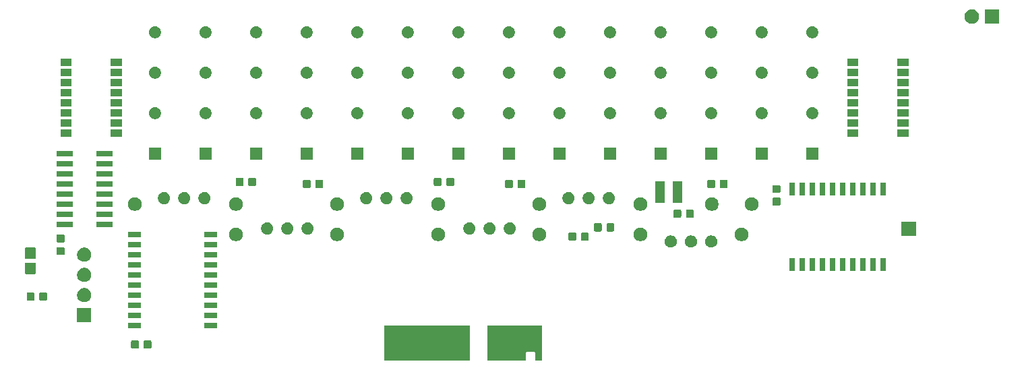
<source format=gbr>
G04 #@! TF.GenerationSoftware,KiCad,Pcbnew,(5.1.5)-3*
G04 #@! TF.CreationDate,2020-01-12T10:36:32-08:00*
G04 #@! TF.ProjectId,pin_driver,70696e5f-6472-4697-9665-722e6b696361,rev?*
G04 #@! TF.SameCoordinates,Original*
G04 #@! TF.FileFunction,Soldermask,Top*
G04 #@! TF.FilePolarity,Negative*
%FSLAX46Y46*%
G04 Gerber Fmt 4.6, Leading zero omitted, Abs format (unit mm)*
G04 Created by KiCad (PCBNEW (5.1.5)-3) date 2020-01-12 10:36:32*
%MOMM*%
%LPD*%
G04 APERTURE LIST*
%ADD10C,0.100000*%
G04 APERTURE END LIST*
D10*
G36*
X116401000Y-165101000D02*
G01*
X115599000Y-165101000D01*
X115599000Y-164125999D01*
X115596598Y-164101613D01*
X115589485Y-164078164D01*
X115577934Y-164056553D01*
X115562389Y-164037611D01*
X115543447Y-164022066D01*
X115521836Y-164010515D01*
X115498387Y-164003402D01*
X115474001Y-164001000D01*
X114525999Y-164001000D01*
X114501613Y-164003402D01*
X114478164Y-164010515D01*
X114456553Y-164022066D01*
X114437611Y-164037611D01*
X114422066Y-164056553D01*
X114410515Y-164078164D01*
X114403402Y-164101613D01*
X114401000Y-164125999D01*
X114401000Y-165101000D01*
X109599000Y-165101000D01*
X109599000Y-160699000D01*
X116401000Y-160699000D01*
X116401000Y-165101000D01*
G37*
G36*
X107401000Y-165101000D02*
G01*
X96599000Y-165101000D01*
X96599000Y-160699000D01*
X107401000Y-160699000D01*
X107401000Y-165101000D01*
G37*
G36*
X65645491Y-162520685D02*
G01*
X65679469Y-162530993D01*
X65710790Y-162547734D01*
X65738239Y-162570261D01*
X65760766Y-162597710D01*
X65777507Y-162629031D01*
X65787815Y-162663009D01*
X65791900Y-162704490D01*
X65791900Y-163380710D01*
X65787815Y-163422191D01*
X65777507Y-163456169D01*
X65760766Y-163487490D01*
X65738239Y-163514939D01*
X65710790Y-163537466D01*
X65679469Y-163554207D01*
X65645491Y-163564515D01*
X65604010Y-163568600D01*
X65002790Y-163568600D01*
X64961309Y-163564515D01*
X64927331Y-163554207D01*
X64896010Y-163537466D01*
X64868561Y-163514939D01*
X64846034Y-163487490D01*
X64829293Y-163456169D01*
X64818985Y-163422191D01*
X64814900Y-163380710D01*
X64814900Y-162704490D01*
X64818985Y-162663009D01*
X64829293Y-162629031D01*
X64846034Y-162597710D01*
X64868561Y-162570261D01*
X64896010Y-162547734D01*
X64927331Y-162530993D01*
X64961309Y-162520685D01*
X65002790Y-162516600D01*
X65604010Y-162516600D01*
X65645491Y-162520685D01*
G37*
G36*
X67220491Y-162520685D02*
G01*
X67254469Y-162530993D01*
X67285790Y-162547734D01*
X67313239Y-162570261D01*
X67335766Y-162597710D01*
X67352507Y-162629031D01*
X67362815Y-162663009D01*
X67366900Y-162704490D01*
X67366900Y-163380710D01*
X67362815Y-163422191D01*
X67352507Y-163456169D01*
X67335766Y-163487490D01*
X67313239Y-163514939D01*
X67285790Y-163537466D01*
X67254469Y-163554207D01*
X67220491Y-163564515D01*
X67179010Y-163568600D01*
X66577790Y-163568600D01*
X66536309Y-163564515D01*
X66502331Y-163554207D01*
X66471010Y-163537466D01*
X66443561Y-163514939D01*
X66421034Y-163487490D01*
X66404293Y-163456169D01*
X66393985Y-163422191D01*
X66389900Y-163380710D01*
X66389900Y-162704490D01*
X66393985Y-162663009D01*
X66404293Y-162629031D01*
X66421034Y-162597710D01*
X66443561Y-162570261D01*
X66471010Y-162547734D01*
X66502331Y-162530993D01*
X66536309Y-162520685D01*
X66577790Y-162516600D01*
X67179010Y-162516600D01*
X67220491Y-162520685D01*
G37*
G36*
X66079000Y-161006000D02*
G01*
X64477000Y-161006000D01*
X64477000Y-160304000D01*
X66079000Y-160304000D01*
X66079000Y-161006000D01*
G37*
G36*
X75579000Y-161006000D02*
G01*
X73977000Y-161006000D01*
X73977000Y-160304000D01*
X75579000Y-160304000D01*
X75579000Y-161006000D01*
G37*
G36*
X59829000Y-160286000D02*
G01*
X58027000Y-160286000D01*
X58027000Y-158484000D01*
X59829000Y-158484000D01*
X59829000Y-160286000D01*
G37*
G36*
X66079000Y-159736000D02*
G01*
X64477000Y-159736000D01*
X64477000Y-159034000D01*
X66079000Y-159034000D01*
X66079000Y-159736000D01*
G37*
G36*
X75579000Y-159736000D02*
G01*
X73977000Y-159736000D01*
X73977000Y-159034000D01*
X75579000Y-159034000D01*
X75579000Y-159736000D01*
G37*
G36*
X75579000Y-158466000D02*
G01*
X73977000Y-158466000D01*
X73977000Y-157764000D01*
X75579000Y-157764000D01*
X75579000Y-158466000D01*
G37*
G36*
X66079000Y-158466000D02*
G01*
X64477000Y-158466000D01*
X64477000Y-157764000D01*
X66079000Y-157764000D01*
X66079000Y-158466000D01*
G37*
G36*
X59041512Y-155948927D02*
G01*
X59190812Y-155978624D01*
X59354784Y-156046544D01*
X59502354Y-156145147D01*
X59627853Y-156270646D01*
X59726456Y-156418216D01*
X59794376Y-156582188D01*
X59829000Y-156756259D01*
X59829000Y-156933741D01*
X59794376Y-157107812D01*
X59726456Y-157271784D01*
X59627853Y-157419354D01*
X59502354Y-157544853D01*
X59354784Y-157643456D01*
X59190812Y-157711376D01*
X59041512Y-157741073D01*
X59016742Y-157746000D01*
X58839258Y-157746000D01*
X58814488Y-157741073D01*
X58665188Y-157711376D01*
X58501216Y-157643456D01*
X58353646Y-157544853D01*
X58228147Y-157419354D01*
X58129544Y-157271784D01*
X58061624Y-157107812D01*
X58027000Y-156933741D01*
X58027000Y-156756259D01*
X58061624Y-156582188D01*
X58129544Y-156418216D01*
X58228147Y-156270646D01*
X58353646Y-156145147D01*
X58501216Y-156046544D01*
X58665188Y-155978624D01*
X58814488Y-155948927D01*
X58839258Y-155944000D01*
X59016742Y-155944000D01*
X59041512Y-155948927D01*
G37*
G36*
X52539091Y-156500885D02*
G01*
X52573069Y-156511193D01*
X52604390Y-156527934D01*
X52631839Y-156550461D01*
X52654366Y-156577910D01*
X52671107Y-156609231D01*
X52681415Y-156643209D01*
X52685500Y-156684690D01*
X52685500Y-157360910D01*
X52681415Y-157402391D01*
X52671107Y-157436369D01*
X52654366Y-157467690D01*
X52631839Y-157495139D01*
X52604390Y-157517666D01*
X52573069Y-157534407D01*
X52539091Y-157544715D01*
X52497610Y-157548800D01*
X51896390Y-157548800D01*
X51854909Y-157544715D01*
X51820931Y-157534407D01*
X51789610Y-157517666D01*
X51762161Y-157495139D01*
X51739634Y-157467690D01*
X51722893Y-157436369D01*
X51712585Y-157402391D01*
X51708500Y-157360910D01*
X51708500Y-156684690D01*
X51712585Y-156643209D01*
X51722893Y-156609231D01*
X51739634Y-156577910D01*
X51762161Y-156550461D01*
X51789610Y-156527934D01*
X51820931Y-156511193D01*
X51854909Y-156500885D01*
X51896390Y-156496800D01*
X52497610Y-156496800D01*
X52539091Y-156500885D01*
G37*
G36*
X54114091Y-156500885D02*
G01*
X54148069Y-156511193D01*
X54179390Y-156527934D01*
X54206839Y-156550461D01*
X54229366Y-156577910D01*
X54246107Y-156609231D01*
X54256415Y-156643209D01*
X54260500Y-156684690D01*
X54260500Y-157360910D01*
X54256415Y-157402391D01*
X54246107Y-157436369D01*
X54229366Y-157467690D01*
X54206839Y-157495139D01*
X54179390Y-157517666D01*
X54148069Y-157534407D01*
X54114091Y-157544715D01*
X54072610Y-157548800D01*
X53471390Y-157548800D01*
X53429909Y-157544715D01*
X53395931Y-157534407D01*
X53364610Y-157517666D01*
X53337161Y-157495139D01*
X53314634Y-157467690D01*
X53297893Y-157436369D01*
X53287585Y-157402391D01*
X53283500Y-157360910D01*
X53283500Y-156684690D01*
X53287585Y-156643209D01*
X53297893Y-156609231D01*
X53314634Y-156577910D01*
X53337161Y-156550461D01*
X53364610Y-156527934D01*
X53395931Y-156511193D01*
X53429909Y-156500885D01*
X53471390Y-156496800D01*
X54072610Y-156496800D01*
X54114091Y-156500885D01*
G37*
G36*
X66079000Y-157196000D02*
G01*
X64477000Y-157196000D01*
X64477000Y-156494000D01*
X66079000Y-156494000D01*
X66079000Y-157196000D01*
G37*
G36*
X75579000Y-157196000D02*
G01*
X73977000Y-157196000D01*
X73977000Y-156494000D01*
X75579000Y-156494000D01*
X75579000Y-157196000D01*
G37*
G36*
X75579000Y-155926000D02*
G01*
X73977000Y-155926000D01*
X73977000Y-155224000D01*
X75579000Y-155224000D01*
X75579000Y-155926000D01*
G37*
G36*
X66079000Y-155926000D02*
G01*
X64477000Y-155926000D01*
X64477000Y-155224000D01*
X66079000Y-155224000D01*
X66079000Y-155926000D01*
G37*
G36*
X59041512Y-153408927D02*
G01*
X59190812Y-153438624D01*
X59354784Y-153506544D01*
X59502354Y-153605147D01*
X59627853Y-153730646D01*
X59726456Y-153878216D01*
X59794376Y-154042188D01*
X59817862Y-154160262D01*
X59826046Y-154201405D01*
X59829000Y-154216259D01*
X59829000Y-154393741D01*
X59794376Y-154567812D01*
X59726456Y-154731784D01*
X59627853Y-154879354D01*
X59502354Y-155004853D01*
X59354784Y-155103456D01*
X59190812Y-155171376D01*
X59041512Y-155201073D01*
X59016742Y-155206000D01*
X58839258Y-155206000D01*
X58814488Y-155201073D01*
X58665188Y-155171376D01*
X58501216Y-155103456D01*
X58353646Y-155004853D01*
X58228147Y-154879354D01*
X58129544Y-154731784D01*
X58061624Y-154567812D01*
X58027000Y-154393741D01*
X58027000Y-154216259D01*
X58029955Y-154201405D01*
X58038138Y-154160262D01*
X58061624Y-154042188D01*
X58129544Y-153878216D01*
X58228147Y-153730646D01*
X58353646Y-153605147D01*
X58501216Y-153506544D01*
X58665188Y-153438624D01*
X58814488Y-153408927D01*
X58839258Y-153404000D01*
X59016742Y-153404000D01*
X59041512Y-153408927D01*
G37*
G36*
X75579000Y-154656000D02*
G01*
X73977000Y-154656000D01*
X73977000Y-153954000D01*
X75579000Y-153954000D01*
X75579000Y-154656000D01*
G37*
G36*
X66079000Y-154656000D02*
G01*
X64477000Y-154656000D01*
X64477000Y-153954000D01*
X66079000Y-153954000D01*
X66079000Y-154656000D01*
G37*
G36*
X52717381Y-152782995D02*
G01*
X52753416Y-152793927D01*
X52786624Y-152811677D01*
X52815734Y-152835566D01*
X52839623Y-152864676D01*
X52857373Y-152897884D01*
X52868305Y-152933919D01*
X52872600Y-152977531D01*
X52872600Y-154006869D01*
X52868305Y-154050481D01*
X52857373Y-154086516D01*
X52839623Y-154119724D01*
X52815734Y-154148834D01*
X52786624Y-154172723D01*
X52753416Y-154190473D01*
X52717381Y-154201405D01*
X52673769Y-154205700D01*
X51669431Y-154205700D01*
X51625819Y-154201405D01*
X51589784Y-154190473D01*
X51556576Y-154172723D01*
X51527466Y-154148834D01*
X51503577Y-154119724D01*
X51485827Y-154086516D01*
X51474895Y-154050481D01*
X51470600Y-154006869D01*
X51470600Y-152977531D01*
X51474895Y-152933919D01*
X51485827Y-152897884D01*
X51503577Y-152864676D01*
X51527466Y-152835566D01*
X51556576Y-152811677D01*
X51589784Y-152793927D01*
X51625819Y-152782995D01*
X51669431Y-152778700D01*
X52673769Y-152778700D01*
X52717381Y-152782995D01*
G37*
G36*
X159609000Y-153836000D02*
G01*
X158907000Y-153836000D01*
X158907000Y-152234000D01*
X159609000Y-152234000D01*
X159609000Y-153836000D01*
G37*
G36*
X158339000Y-153836000D02*
G01*
X157637000Y-153836000D01*
X157637000Y-152234000D01*
X158339000Y-152234000D01*
X158339000Y-153836000D01*
G37*
G36*
X157069000Y-153836000D02*
G01*
X156367000Y-153836000D01*
X156367000Y-152234000D01*
X157069000Y-152234000D01*
X157069000Y-153836000D01*
G37*
G36*
X155799000Y-153836000D02*
G01*
X155097000Y-153836000D01*
X155097000Y-152234000D01*
X155799000Y-152234000D01*
X155799000Y-153836000D01*
G37*
G36*
X148179000Y-153836000D02*
G01*
X147477000Y-153836000D01*
X147477000Y-152234000D01*
X148179000Y-152234000D01*
X148179000Y-153836000D01*
G37*
G36*
X151989000Y-153836000D02*
G01*
X151287000Y-153836000D01*
X151287000Y-152234000D01*
X151989000Y-152234000D01*
X151989000Y-153836000D01*
G37*
G36*
X153259000Y-153836000D02*
G01*
X152557000Y-153836000D01*
X152557000Y-152234000D01*
X153259000Y-152234000D01*
X153259000Y-153836000D01*
G37*
G36*
X154529000Y-153836000D02*
G01*
X153827000Y-153836000D01*
X153827000Y-152234000D01*
X154529000Y-152234000D01*
X154529000Y-153836000D01*
G37*
G36*
X149449000Y-153836000D02*
G01*
X148747000Y-153836000D01*
X148747000Y-152234000D01*
X149449000Y-152234000D01*
X149449000Y-153836000D01*
G37*
G36*
X150719000Y-153836000D02*
G01*
X150017000Y-153836000D01*
X150017000Y-152234000D01*
X150719000Y-152234000D01*
X150719000Y-153836000D01*
G37*
G36*
X75579000Y-153386000D02*
G01*
X73977000Y-153386000D01*
X73977000Y-152684000D01*
X75579000Y-152684000D01*
X75579000Y-153386000D01*
G37*
G36*
X66079000Y-153386000D02*
G01*
X64477000Y-153386000D01*
X64477000Y-152684000D01*
X66079000Y-152684000D01*
X66079000Y-153386000D01*
G37*
G36*
X59041512Y-150868927D02*
G01*
X59190812Y-150898624D01*
X59354784Y-150966544D01*
X59502354Y-151065147D01*
X59627853Y-151190646D01*
X59726456Y-151338216D01*
X59794376Y-151502188D01*
X59829000Y-151676259D01*
X59829000Y-151853741D01*
X59794376Y-152027812D01*
X59726456Y-152191784D01*
X59627853Y-152339354D01*
X59502354Y-152464853D01*
X59354784Y-152563456D01*
X59190812Y-152631376D01*
X59041512Y-152661073D01*
X59016742Y-152666000D01*
X58839258Y-152666000D01*
X58814488Y-152661073D01*
X58665188Y-152631376D01*
X58501216Y-152563456D01*
X58353646Y-152464853D01*
X58228147Y-152339354D01*
X58129544Y-152191784D01*
X58061624Y-152027812D01*
X58027000Y-151853741D01*
X58027000Y-151676259D01*
X58061624Y-151502188D01*
X58129544Y-151338216D01*
X58228147Y-151190646D01*
X58353646Y-151065147D01*
X58501216Y-150966544D01*
X58665188Y-150898624D01*
X58814488Y-150868927D01*
X58839258Y-150864000D01*
X59016742Y-150864000D01*
X59041512Y-150868927D01*
G37*
G36*
X52717381Y-150857995D02*
G01*
X52753416Y-150868927D01*
X52786624Y-150886677D01*
X52815734Y-150910566D01*
X52839623Y-150939676D01*
X52857373Y-150972884D01*
X52868305Y-151008919D01*
X52872600Y-151052531D01*
X52872600Y-152081869D01*
X52868305Y-152125481D01*
X52857373Y-152161516D01*
X52839623Y-152194724D01*
X52815734Y-152223834D01*
X52786624Y-152247723D01*
X52753416Y-152265473D01*
X52717381Y-152276405D01*
X52673769Y-152280700D01*
X51669431Y-152280700D01*
X51625819Y-152276405D01*
X51589784Y-152265473D01*
X51556576Y-152247723D01*
X51527466Y-152223834D01*
X51503577Y-152194724D01*
X51485827Y-152161516D01*
X51474895Y-152125481D01*
X51470600Y-152081869D01*
X51470600Y-151052531D01*
X51474895Y-151008919D01*
X51485827Y-150972884D01*
X51503577Y-150939676D01*
X51527466Y-150910566D01*
X51556576Y-150886677D01*
X51589784Y-150868927D01*
X51625819Y-150857995D01*
X51669431Y-150853700D01*
X52673769Y-150853700D01*
X52717381Y-150857995D01*
G37*
G36*
X75579000Y-152116000D02*
G01*
X73977000Y-152116000D01*
X73977000Y-151414000D01*
X75579000Y-151414000D01*
X75579000Y-152116000D01*
G37*
G36*
X66079000Y-152116000D02*
G01*
X64477000Y-152116000D01*
X64477000Y-151414000D01*
X66079000Y-151414000D01*
X66079000Y-152116000D01*
G37*
G36*
X56335791Y-150823585D02*
G01*
X56369769Y-150833893D01*
X56401090Y-150850634D01*
X56428539Y-150873161D01*
X56451066Y-150900610D01*
X56467807Y-150931931D01*
X56478115Y-150965909D01*
X56482200Y-151007390D01*
X56482200Y-151608610D01*
X56478115Y-151650091D01*
X56467807Y-151684069D01*
X56451066Y-151715390D01*
X56428539Y-151742839D01*
X56401090Y-151765366D01*
X56369769Y-151782107D01*
X56335791Y-151792415D01*
X56294310Y-151796500D01*
X55618090Y-151796500D01*
X55576609Y-151792415D01*
X55542631Y-151782107D01*
X55511310Y-151765366D01*
X55483861Y-151742839D01*
X55461334Y-151715390D01*
X55444593Y-151684069D01*
X55434285Y-151650091D01*
X55430200Y-151608610D01*
X55430200Y-151007390D01*
X55434285Y-150965909D01*
X55444593Y-150931931D01*
X55461334Y-150900610D01*
X55483861Y-150873161D01*
X55511310Y-150850634D01*
X55542631Y-150833893D01*
X55576609Y-150823585D01*
X55618090Y-150819500D01*
X56294310Y-150819500D01*
X56335791Y-150823585D01*
G37*
G36*
X137793589Y-149352876D02*
G01*
X137892893Y-149372629D01*
X138033206Y-149430748D01*
X138159484Y-149515125D01*
X138266875Y-149622516D01*
X138351252Y-149748794D01*
X138409371Y-149889107D01*
X138439000Y-150038063D01*
X138439000Y-150189937D01*
X138409371Y-150338893D01*
X138351252Y-150479206D01*
X138266875Y-150605484D01*
X138159484Y-150712875D01*
X138033206Y-150797252D01*
X137892893Y-150855371D01*
X137803456Y-150873161D01*
X137743938Y-150885000D01*
X137592062Y-150885000D01*
X137532544Y-150873161D01*
X137443107Y-150855371D01*
X137302794Y-150797252D01*
X137176516Y-150712875D01*
X137069125Y-150605484D01*
X136984748Y-150479206D01*
X136926629Y-150338893D01*
X136897000Y-150189937D01*
X136897000Y-150038063D01*
X136926629Y-149889107D01*
X136984748Y-149748794D01*
X137069125Y-149622516D01*
X137176516Y-149515125D01*
X137302794Y-149430748D01*
X137443107Y-149372629D01*
X137542411Y-149352876D01*
X137592062Y-149343000D01*
X137743938Y-149343000D01*
X137793589Y-149352876D01*
G37*
G36*
X132713589Y-149352876D02*
G01*
X132812893Y-149372629D01*
X132953206Y-149430748D01*
X133079484Y-149515125D01*
X133186875Y-149622516D01*
X133271252Y-149748794D01*
X133329371Y-149889107D01*
X133359000Y-150038063D01*
X133359000Y-150189937D01*
X133329371Y-150338893D01*
X133271252Y-150479206D01*
X133186875Y-150605484D01*
X133079484Y-150712875D01*
X132953206Y-150797252D01*
X132812893Y-150855371D01*
X132723456Y-150873161D01*
X132663938Y-150885000D01*
X132512062Y-150885000D01*
X132452544Y-150873161D01*
X132363107Y-150855371D01*
X132222794Y-150797252D01*
X132096516Y-150712875D01*
X131989125Y-150605484D01*
X131904748Y-150479206D01*
X131846629Y-150338893D01*
X131817000Y-150189937D01*
X131817000Y-150038063D01*
X131846629Y-149889107D01*
X131904748Y-149748794D01*
X131989125Y-149622516D01*
X132096516Y-149515125D01*
X132222794Y-149430748D01*
X132363107Y-149372629D01*
X132462411Y-149352876D01*
X132512062Y-149343000D01*
X132663938Y-149343000D01*
X132713589Y-149352876D01*
G37*
G36*
X135253589Y-149352876D02*
G01*
X135352893Y-149372629D01*
X135493206Y-149430748D01*
X135619484Y-149515125D01*
X135726875Y-149622516D01*
X135811252Y-149748794D01*
X135869371Y-149889107D01*
X135899000Y-150038063D01*
X135899000Y-150189937D01*
X135869371Y-150338893D01*
X135811252Y-150479206D01*
X135726875Y-150605484D01*
X135619484Y-150712875D01*
X135493206Y-150797252D01*
X135352893Y-150855371D01*
X135263456Y-150873161D01*
X135203938Y-150885000D01*
X135052062Y-150885000D01*
X134992544Y-150873161D01*
X134903107Y-150855371D01*
X134762794Y-150797252D01*
X134636516Y-150712875D01*
X134529125Y-150605484D01*
X134444748Y-150479206D01*
X134386629Y-150338893D01*
X134357000Y-150189937D01*
X134357000Y-150038063D01*
X134386629Y-149889107D01*
X134444748Y-149748794D01*
X134529125Y-149622516D01*
X134636516Y-149515125D01*
X134762794Y-149430748D01*
X134903107Y-149372629D01*
X135002411Y-149352876D01*
X135052062Y-149343000D01*
X135203938Y-149343000D01*
X135253589Y-149352876D01*
G37*
G36*
X66079000Y-150846000D02*
G01*
X64477000Y-150846000D01*
X64477000Y-150144000D01*
X66079000Y-150144000D01*
X66079000Y-150846000D01*
G37*
G36*
X75579000Y-150846000D02*
G01*
X73977000Y-150846000D01*
X73977000Y-150144000D01*
X75579000Y-150144000D01*
X75579000Y-150846000D01*
G37*
G36*
X56335791Y-149248585D02*
G01*
X56369769Y-149258893D01*
X56401090Y-149275634D01*
X56428539Y-149298161D01*
X56451066Y-149325610D01*
X56467807Y-149356931D01*
X56478115Y-149390909D01*
X56482200Y-149432390D01*
X56482200Y-150033610D01*
X56478115Y-150075091D01*
X56467807Y-150109069D01*
X56451066Y-150140390D01*
X56428539Y-150167839D01*
X56401090Y-150190366D01*
X56369769Y-150207107D01*
X56335791Y-150217415D01*
X56294310Y-150221500D01*
X55618090Y-150221500D01*
X55576609Y-150217415D01*
X55542631Y-150207107D01*
X55511310Y-150190366D01*
X55483861Y-150167839D01*
X55461334Y-150140390D01*
X55444593Y-150109069D01*
X55434285Y-150075091D01*
X55430200Y-150033610D01*
X55430200Y-149432390D01*
X55434285Y-149390909D01*
X55444593Y-149356931D01*
X55461334Y-149325610D01*
X55483861Y-149298161D01*
X55511310Y-149275634D01*
X55542631Y-149258893D01*
X55576609Y-149248585D01*
X55618090Y-149244500D01*
X56294310Y-149244500D01*
X56335791Y-149248585D01*
G37*
G36*
X90926228Y-148406703D02*
G01*
X91081100Y-148470853D01*
X91220481Y-148563985D01*
X91339015Y-148682519D01*
X91432147Y-148821900D01*
X91496297Y-148976772D01*
X91529000Y-149141184D01*
X91529000Y-149308816D01*
X91496297Y-149473228D01*
X91432147Y-149628100D01*
X91339015Y-149767481D01*
X91220481Y-149886015D01*
X91081100Y-149979147D01*
X90926228Y-150043297D01*
X90761816Y-150076000D01*
X90594184Y-150076000D01*
X90429772Y-150043297D01*
X90274900Y-149979147D01*
X90135519Y-149886015D01*
X90016985Y-149767481D01*
X89923853Y-149628100D01*
X89859703Y-149473228D01*
X89827000Y-149308816D01*
X89827000Y-149141184D01*
X89859703Y-148976772D01*
X89923853Y-148821900D01*
X90016985Y-148682519D01*
X90135519Y-148563985D01*
X90274900Y-148470853D01*
X90429772Y-148406703D01*
X90594184Y-148374000D01*
X90761816Y-148374000D01*
X90926228Y-148406703D01*
G37*
G36*
X129026228Y-148406703D02*
G01*
X129181100Y-148470853D01*
X129320481Y-148563985D01*
X129439015Y-148682519D01*
X129532147Y-148821900D01*
X129596297Y-148976772D01*
X129629000Y-149141184D01*
X129629000Y-149308816D01*
X129596297Y-149473228D01*
X129532147Y-149628100D01*
X129439015Y-149767481D01*
X129320481Y-149886015D01*
X129181100Y-149979147D01*
X129026228Y-150043297D01*
X128861816Y-150076000D01*
X128694184Y-150076000D01*
X128529772Y-150043297D01*
X128374900Y-149979147D01*
X128235519Y-149886015D01*
X128116985Y-149767481D01*
X128023853Y-149628100D01*
X127959703Y-149473228D01*
X127927000Y-149308816D01*
X127927000Y-149141184D01*
X127959703Y-148976772D01*
X128023853Y-148821900D01*
X128116985Y-148682519D01*
X128235519Y-148563985D01*
X128374900Y-148470853D01*
X128529772Y-148406703D01*
X128694184Y-148374000D01*
X128861816Y-148374000D01*
X129026228Y-148406703D01*
G37*
G36*
X141726228Y-148406703D02*
G01*
X141881100Y-148470853D01*
X142020481Y-148563985D01*
X142139015Y-148682519D01*
X142232147Y-148821900D01*
X142296297Y-148976772D01*
X142329000Y-149141184D01*
X142329000Y-149308816D01*
X142296297Y-149473228D01*
X142232147Y-149628100D01*
X142139015Y-149767481D01*
X142020481Y-149886015D01*
X141881100Y-149979147D01*
X141726228Y-150043297D01*
X141561816Y-150076000D01*
X141394184Y-150076000D01*
X141229772Y-150043297D01*
X141074900Y-149979147D01*
X140935519Y-149886015D01*
X140816985Y-149767481D01*
X140723853Y-149628100D01*
X140659703Y-149473228D01*
X140627000Y-149308816D01*
X140627000Y-149141184D01*
X140659703Y-148976772D01*
X140723853Y-148821900D01*
X140816985Y-148682519D01*
X140935519Y-148563985D01*
X141074900Y-148470853D01*
X141229772Y-148406703D01*
X141394184Y-148374000D01*
X141561816Y-148374000D01*
X141726228Y-148406703D01*
G37*
G36*
X103626228Y-148406703D02*
G01*
X103781100Y-148470853D01*
X103920481Y-148563985D01*
X104039015Y-148682519D01*
X104132147Y-148821900D01*
X104196297Y-148976772D01*
X104229000Y-149141184D01*
X104229000Y-149308816D01*
X104196297Y-149473228D01*
X104132147Y-149628100D01*
X104039015Y-149767481D01*
X103920481Y-149886015D01*
X103781100Y-149979147D01*
X103626228Y-150043297D01*
X103461816Y-150076000D01*
X103294184Y-150076000D01*
X103129772Y-150043297D01*
X102974900Y-149979147D01*
X102835519Y-149886015D01*
X102716985Y-149767481D01*
X102623853Y-149628100D01*
X102559703Y-149473228D01*
X102527000Y-149308816D01*
X102527000Y-149141184D01*
X102559703Y-148976772D01*
X102623853Y-148821900D01*
X102716985Y-148682519D01*
X102835519Y-148563985D01*
X102974900Y-148470853D01*
X103129772Y-148406703D01*
X103294184Y-148374000D01*
X103461816Y-148374000D01*
X103626228Y-148406703D01*
G37*
G36*
X78226228Y-148406703D02*
G01*
X78381100Y-148470853D01*
X78520481Y-148563985D01*
X78639015Y-148682519D01*
X78732147Y-148821900D01*
X78796297Y-148976772D01*
X78829000Y-149141184D01*
X78829000Y-149308816D01*
X78796297Y-149473228D01*
X78732147Y-149628100D01*
X78639015Y-149767481D01*
X78520481Y-149886015D01*
X78381100Y-149979147D01*
X78226228Y-150043297D01*
X78061816Y-150076000D01*
X77894184Y-150076000D01*
X77729772Y-150043297D01*
X77574900Y-149979147D01*
X77435519Y-149886015D01*
X77316985Y-149767481D01*
X77223853Y-149628100D01*
X77159703Y-149473228D01*
X77127000Y-149308816D01*
X77127000Y-149141184D01*
X77159703Y-148976772D01*
X77223853Y-148821900D01*
X77316985Y-148682519D01*
X77435519Y-148563985D01*
X77574900Y-148470853D01*
X77729772Y-148406703D01*
X77894184Y-148374000D01*
X78061816Y-148374000D01*
X78226228Y-148406703D01*
G37*
G36*
X116326228Y-148406703D02*
G01*
X116481100Y-148470853D01*
X116620481Y-148563985D01*
X116739015Y-148682519D01*
X116832147Y-148821900D01*
X116896297Y-148976772D01*
X116929000Y-149141184D01*
X116929000Y-149308816D01*
X116896297Y-149473228D01*
X116832147Y-149628100D01*
X116739015Y-149767481D01*
X116620481Y-149886015D01*
X116481100Y-149979147D01*
X116326228Y-150043297D01*
X116161816Y-150076000D01*
X115994184Y-150076000D01*
X115829772Y-150043297D01*
X115674900Y-149979147D01*
X115535519Y-149886015D01*
X115416985Y-149767481D01*
X115323853Y-149628100D01*
X115259703Y-149473228D01*
X115227000Y-149308816D01*
X115227000Y-149141184D01*
X115259703Y-148976772D01*
X115323853Y-148821900D01*
X115416985Y-148682519D01*
X115535519Y-148563985D01*
X115674900Y-148470853D01*
X115829772Y-148406703D01*
X115994184Y-148374000D01*
X116161816Y-148374000D01*
X116326228Y-148406703D01*
G37*
G36*
X122160691Y-148982485D02*
G01*
X122194669Y-148992793D01*
X122225990Y-149009534D01*
X122253439Y-149032061D01*
X122275966Y-149059510D01*
X122292707Y-149090831D01*
X122303015Y-149124809D01*
X122307100Y-149166290D01*
X122307100Y-149842510D01*
X122303015Y-149883991D01*
X122292707Y-149917969D01*
X122275966Y-149949290D01*
X122253439Y-149976739D01*
X122225990Y-149999266D01*
X122194669Y-150016007D01*
X122160691Y-150026315D01*
X122119210Y-150030400D01*
X121517990Y-150030400D01*
X121476509Y-150026315D01*
X121442531Y-150016007D01*
X121411210Y-149999266D01*
X121383761Y-149976739D01*
X121361234Y-149949290D01*
X121344493Y-149917969D01*
X121334185Y-149883991D01*
X121330100Y-149842510D01*
X121330100Y-149166290D01*
X121334185Y-149124809D01*
X121344493Y-149090831D01*
X121361234Y-149059510D01*
X121383761Y-149032061D01*
X121411210Y-149009534D01*
X121442531Y-148992793D01*
X121476509Y-148982485D01*
X121517990Y-148978400D01*
X122119210Y-148978400D01*
X122160691Y-148982485D01*
G37*
G36*
X120585691Y-148982485D02*
G01*
X120619669Y-148992793D01*
X120650990Y-149009534D01*
X120678439Y-149032061D01*
X120700966Y-149059510D01*
X120717707Y-149090831D01*
X120728015Y-149124809D01*
X120732100Y-149166290D01*
X120732100Y-149842510D01*
X120728015Y-149883991D01*
X120717707Y-149917969D01*
X120700966Y-149949290D01*
X120678439Y-149976739D01*
X120650990Y-149999266D01*
X120619669Y-150016007D01*
X120585691Y-150026315D01*
X120544210Y-150030400D01*
X119942990Y-150030400D01*
X119901509Y-150026315D01*
X119867531Y-150016007D01*
X119836210Y-149999266D01*
X119808761Y-149976739D01*
X119786234Y-149949290D01*
X119769493Y-149917969D01*
X119759185Y-149883991D01*
X119755100Y-149842510D01*
X119755100Y-149166290D01*
X119759185Y-149124809D01*
X119769493Y-149090831D01*
X119786234Y-149059510D01*
X119808761Y-149032061D01*
X119836210Y-149009534D01*
X119867531Y-148992793D01*
X119901509Y-148982485D01*
X119942990Y-148978400D01*
X120544210Y-148978400D01*
X120585691Y-148982485D01*
G37*
G36*
X75579000Y-149576000D02*
G01*
X73977000Y-149576000D01*
X73977000Y-148874000D01*
X75579000Y-148874000D01*
X75579000Y-149576000D01*
G37*
G36*
X66079000Y-149576000D02*
G01*
X64477000Y-149576000D01*
X64477000Y-148874000D01*
X66079000Y-148874000D01*
X66079000Y-149576000D01*
G37*
G36*
X163384800Y-149414800D02*
G01*
X161582800Y-149414800D01*
X161582800Y-147612800D01*
X163384800Y-147612800D01*
X163384800Y-149414800D01*
G37*
G36*
X82040589Y-147701876D02*
G01*
X82139893Y-147721629D01*
X82280206Y-147779748D01*
X82406484Y-147864125D01*
X82513875Y-147971516D01*
X82598252Y-148097794D01*
X82656371Y-148238107D01*
X82686000Y-148387063D01*
X82686000Y-148538937D01*
X82656371Y-148687893D01*
X82598252Y-148828206D01*
X82513875Y-148954484D01*
X82406484Y-149061875D01*
X82280206Y-149146252D01*
X82139893Y-149204371D01*
X82047998Y-149222650D01*
X81990938Y-149234000D01*
X81839062Y-149234000D01*
X81782002Y-149222650D01*
X81690107Y-149204371D01*
X81549794Y-149146252D01*
X81423516Y-149061875D01*
X81316125Y-148954484D01*
X81231748Y-148828206D01*
X81173629Y-148687893D01*
X81144000Y-148538937D01*
X81144000Y-148387063D01*
X81173629Y-148238107D01*
X81231748Y-148097794D01*
X81316125Y-147971516D01*
X81423516Y-147864125D01*
X81549794Y-147779748D01*
X81690107Y-147721629D01*
X81789411Y-147701876D01*
X81839062Y-147692000D01*
X81990938Y-147692000D01*
X82040589Y-147701876D01*
G37*
G36*
X84580589Y-147701876D02*
G01*
X84679893Y-147721629D01*
X84820206Y-147779748D01*
X84946484Y-147864125D01*
X85053875Y-147971516D01*
X85138252Y-148097794D01*
X85196371Y-148238107D01*
X85226000Y-148387063D01*
X85226000Y-148538937D01*
X85196371Y-148687893D01*
X85138252Y-148828206D01*
X85053875Y-148954484D01*
X84946484Y-149061875D01*
X84820206Y-149146252D01*
X84679893Y-149204371D01*
X84587998Y-149222650D01*
X84530938Y-149234000D01*
X84379062Y-149234000D01*
X84322002Y-149222650D01*
X84230107Y-149204371D01*
X84089794Y-149146252D01*
X83963516Y-149061875D01*
X83856125Y-148954484D01*
X83771748Y-148828206D01*
X83713629Y-148687893D01*
X83684000Y-148538937D01*
X83684000Y-148387063D01*
X83713629Y-148238107D01*
X83771748Y-148097794D01*
X83856125Y-147971516D01*
X83963516Y-147864125D01*
X84089794Y-147779748D01*
X84230107Y-147721629D01*
X84329411Y-147701876D01*
X84379062Y-147692000D01*
X84530938Y-147692000D01*
X84580589Y-147701876D01*
G37*
G36*
X87120589Y-147701876D02*
G01*
X87219893Y-147721629D01*
X87360206Y-147779748D01*
X87486484Y-147864125D01*
X87593875Y-147971516D01*
X87678252Y-148097794D01*
X87736371Y-148238107D01*
X87766000Y-148387063D01*
X87766000Y-148538937D01*
X87736371Y-148687893D01*
X87678252Y-148828206D01*
X87593875Y-148954484D01*
X87486484Y-149061875D01*
X87360206Y-149146252D01*
X87219893Y-149204371D01*
X87127998Y-149222650D01*
X87070938Y-149234000D01*
X86919062Y-149234000D01*
X86862002Y-149222650D01*
X86770107Y-149204371D01*
X86629794Y-149146252D01*
X86503516Y-149061875D01*
X86396125Y-148954484D01*
X86311748Y-148828206D01*
X86253629Y-148687893D01*
X86224000Y-148538937D01*
X86224000Y-148387063D01*
X86253629Y-148238107D01*
X86311748Y-148097794D01*
X86396125Y-147971516D01*
X86503516Y-147864125D01*
X86629794Y-147779748D01*
X86770107Y-147721629D01*
X86869411Y-147701876D01*
X86919062Y-147692000D01*
X87070938Y-147692000D01*
X87120589Y-147701876D01*
G37*
G36*
X112520589Y-147701876D02*
G01*
X112619893Y-147721629D01*
X112760206Y-147779748D01*
X112886484Y-147864125D01*
X112993875Y-147971516D01*
X113078252Y-148097794D01*
X113136371Y-148238107D01*
X113166000Y-148387063D01*
X113166000Y-148538937D01*
X113136371Y-148687893D01*
X113078252Y-148828206D01*
X112993875Y-148954484D01*
X112886484Y-149061875D01*
X112760206Y-149146252D01*
X112619893Y-149204371D01*
X112527998Y-149222650D01*
X112470938Y-149234000D01*
X112319062Y-149234000D01*
X112262002Y-149222650D01*
X112170107Y-149204371D01*
X112029794Y-149146252D01*
X111903516Y-149061875D01*
X111796125Y-148954484D01*
X111711748Y-148828206D01*
X111653629Y-148687893D01*
X111624000Y-148538937D01*
X111624000Y-148387063D01*
X111653629Y-148238107D01*
X111711748Y-148097794D01*
X111796125Y-147971516D01*
X111903516Y-147864125D01*
X112029794Y-147779748D01*
X112170107Y-147721629D01*
X112269411Y-147701876D01*
X112319062Y-147692000D01*
X112470938Y-147692000D01*
X112520589Y-147701876D01*
G37*
G36*
X109980589Y-147701876D02*
G01*
X110079893Y-147721629D01*
X110220206Y-147779748D01*
X110346484Y-147864125D01*
X110453875Y-147971516D01*
X110538252Y-148097794D01*
X110596371Y-148238107D01*
X110626000Y-148387063D01*
X110626000Y-148538937D01*
X110596371Y-148687893D01*
X110538252Y-148828206D01*
X110453875Y-148954484D01*
X110346484Y-149061875D01*
X110220206Y-149146252D01*
X110079893Y-149204371D01*
X109987998Y-149222650D01*
X109930938Y-149234000D01*
X109779062Y-149234000D01*
X109722002Y-149222650D01*
X109630107Y-149204371D01*
X109489794Y-149146252D01*
X109363516Y-149061875D01*
X109256125Y-148954484D01*
X109171748Y-148828206D01*
X109113629Y-148687893D01*
X109084000Y-148538937D01*
X109084000Y-148387063D01*
X109113629Y-148238107D01*
X109171748Y-148097794D01*
X109256125Y-147971516D01*
X109363516Y-147864125D01*
X109489794Y-147779748D01*
X109630107Y-147721629D01*
X109729411Y-147701876D01*
X109779062Y-147692000D01*
X109930938Y-147692000D01*
X109980589Y-147701876D01*
G37*
G36*
X107440589Y-147701876D02*
G01*
X107539893Y-147721629D01*
X107680206Y-147779748D01*
X107806484Y-147864125D01*
X107913875Y-147971516D01*
X107998252Y-148097794D01*
X108056371Y-148238107D01*
X108086000Y-148387063D01*
X108086000Y-148538937D01*
X108056371Y-148687893D01*
X107998252Y-148828206D01*
X107913875Y-148954484D01*
X107806484Y-149061875D01*
X107680206Y-149146252D01*
X107539893Y-149204371D01*
X107447998Y-149222650D01*
X107390938Y-149234000D01*
X107239062Y-149234000D01*
X107182002Y-149222650D01*
X107090107Y-149204371D01*
X106949794Y-149146252D01*
X106823516Y-149061875D01*
X106716125Y-148954484D01*
X106631748Y-148828206D01*
X106573629Y-148687893D01*
X106544000Y-148538937D01*
X106544000Y-148387063D01*
X106573629Y-148238107D01*
X106631748Y-148097794D01*
X106716125Y-147971516D01*
X106823516Y-147864125D01*
X106949794Y-147779748D01*
X107090107Y-147721629D01*
X107189411Y-147701876D01*
X107239062Y-147692000D01*
X107390938Y-147692000D01*
X107440589Y-147701876D01*
G37*
G36*
X125361091Y-147814085D02*
G01*
X125395069Y-147824393D01*
X125426390Y-147841134D01*
X125453839Y-147863661D01*
X125476366Y-147891110D01*
X125493107Y-147922431D01*
X125503415Y-147956409D01*
X125507500Y-147997890D01*
X125507500Y-148674110D01*
X125503415Y-148715591D01*
X125493107Y-148749569D01*
X125476366Y-148780890D01*
X125453839Y-148808339D01*
X125426390Y-148830866D01*
X125395069Y-148847607D01*
X125361091Y-148857915D01*
X125319610Y-148862000D01*
X124718390Y-148862000D01*
X124676909Y-148857915D01*
X124642931Y-148847607D01*
X124611610Y-148830866D01*
X124584161Y-148808339D01*
X124561634Y-148780890D01*
X124544893Y-148749569D01*
X124534585Y-148715591D01*
X124530500Y-148674110D01*
X124530500Y-147997890D01*
X124534585Y-147956409D01*
X124544893Y-147922431D01*
X124561634Y-147891110D01*
X124584161Y-147863661D01*
X124611610Y-147841134D01*
X124642931Y-147824393D01*
X124676909Y-147814085D01*
X124718390Y-147810000D01*
X125319610Y-147810000D01*
X125361091Y-147814085D01*
G37*
G36*
X123786091Y-147814085D02*
G01*
X123820069Y-147824393D01*
X123851390Y-147841134D01*
X123878839Y-147863661D01*
X123901366Y-147891110D01*
X123918107Y-147922431D01*
X123928415Y-147956409D01*
X123932500Y-147997890D01*
X123932500Y-148674110D01*
X123928415Y-148715591D01*
X123918107Y-148749569D01*
X123901366Y-148780890D01*
X123878839Y-148808339D01*
X123851390Y-148830866D01*
X123820069Y-148847607D01*
X123786091Y-148857915D01*
X123744610Y-148862000D01*
X123143390Y-148862000D01*
X123101909Y-148857915D01*
X123067931Y-148847607D01*
X123036610Y-148830866D01*
X123009161Y-148808339D01*
X122986634Y-148780890D01*
X122969893Y-148749569D01*
X122959585Y-148715591D01*
X122955500Y-148674110D01*
X122955500Y-147997890D01*
X122959585Y-147956409D01*
X122969893Y-147922431D01*
X122986634Y-147891110D01*
X123009161Y-147863661D01*
X123036610Y-147841134D01*
X123067931Y-147824393D01*
X123101909Y-147814085D01*
X123143390Y-147810000D01*
X123744610Y-147810000D01*
X123786091Y-147814085D01*
G37*
G36*
X62402928Y-147606764D02*
G01*
X62424009Y-147613160D01*
X62443445Y-147623548D01*
X62460476Y-147637524D01*
X62474452Y-147654555D01*
X62484840Y-147673991D01*
X62491236Y-147695072D01*
X62494000Y-147723140D01*
X62494000Y-148186860D01*
X62491236Y-148214928D01*
X62484840Y-148236009D01*
X62474452Y-148255445D01*
X62460476Y-148272476D01*
X62443445Y-148286452D01*
X62424009Y-148296840D01*
X62402928Y-148303236D01*
X62374860Y-148306000D01*
X60561140Y-148306000D01*
X60533072Y-148303236D01*
X60511991Y-148296840D01*
X60492555Y-148286452D01*
X60475524Y-148272476D01*
X60461548Y-148255445D01*
X60451160Y-148236009D01*
X60444764Y-148214928D01*
X60442000Y-148186860D01*
X60442000Y-147723140D01*
X60444764Y-147695072D01*
X60451160Y-147673991D01*
X60461548Y-147654555D01*
X60475524Y-147637524D01*
X60492555Y-147623548D01*
X60511991Y-147613160D01*
X60533072Y-147606764D01*
X60561140Y-147604000D01*
X62374860Y-147604000D01*
X62402928Y-147606764D01*
G37*
G36*
X57452928Y-147606764D02*
G01*
X57474009Y-147613160D01*
X57493445Y-147623548D01*
X57510476Y-147637524D01*
X57524452Y-147654555D01*
X57534840Y-147673991D01*
X57541236Y-147695072D01*
X57544000Y-147723140D01*
X57544000Y-148186860D01*
X57541236Y-148214928D01*
X57534840Y-148236009D01*
X57524452Y-148255445D01*
X57510476Y-148272476D01*
X57493445Y-148286452D01*
X57474009Y-148296840D01*
X57452928Y-148303236D01*
X57424860Y-148306000D01*
X55611140Y-148306000D01*
X55583072Y-148303236D01*
X55561991Y-148296840D01*
X55542555Y-148286452D01*
X55525524Y-148272476D01*
X55511548Y-148255445D01*
X55501160Y-148236009D01*
X55494764Y-148214928D01*
X55492000Y-148186860D01*
X55492000Y-147723140D01*
X55494764Y-147695072D01*
X55501160Y-147673991D01*
X55511548Y-147654555D01*
X55525524Y-147637524D01*
X55542555Y-147623548D01*
X55561991Y-147613160D01*
X55583072Y-147606764D01*
X55611140Y-147604000D01*
X57424860Y-147604000D01*
X57452928Y-147606764D01*
G37*
G36*
X135343291Y-146086885D02*
G01*
X135377269Y-146097193D01*
X135408590Y-146113934D01*
X135436039Y-146136461D01*
X135458566Y-146163910D01*
X135475307Y-146195231D01*
X135485615Y-146229209D01*
X135489700Y-146270690D01*
X135489700Y-146946910D01*
X135485615Y-146988391D01*
X135475307Y-147022369D01*
X135458566Y-147053690D01*
X135436039Y-147081139D01*
X135408590Y-147103666D01*
X135377269Y-147120407D01*
X135343291Y-147130715D01*
X135301810Y-147134800D01*
X134700590Y-147134800D01*
X134659109Y-147130715D01*
X134625131Y-147120407D01*
X134593810Y-147103666D01*
X134566361Y-147081139D01*
X134543834Y-147053690D01*
X134527093Y-147022369D01*
X134516785Y-146988391D01*
X134512700Y-146946910D01*
X134512700Y-146270690D01*
X134516785Y-146229209D01*
X134527093Y-146195231D01*
X134543834Y-146163910D01*
X134566361Y-146136461D01*
X134593810Y-146113934D01*
X134625131Y-146097193D01*
X134659109Y-146086885D01*
X134700590Y-146082800D01*
X135301810Y-146082800D01*
X135343291Y-146086885D01*
G37*
G36*
X133768291Y-146086885D02*
G01*
X133802269Y-146097193D01*
X133833590Y-146113934D01*
X133861039Y-146136461D01*
X133883566Y-146163910D01*
X133900307Y-146195231D01*
X133910615Y-146229209D01*
X133914700Y-146270690D01*
X133914700Y-146946910D01*
X133910615Y-146988391D01*
X133900307Y-147022369D01*
X133883566Y-147053690D01*
X133861039Y-147081139D01*
X133833590Y-147103666D01*
X133802269Y-147120407D01*
X133768291Y-147130715D01*
X133726810Y-147134800D01*
X133125590Y-147134800D01*
X133084109Y-147130715D01*
X133050131Y-147120407D01*
X133018810Y-147103666D01*
X132991361Y-147081139D01*
X132968834Y-147053690D01*
X132952093Y-147022369D01*
X132941785Y-146988391D01*
X132937700Y-146946910D01*
X132937700Y-146270690D01*
X132941785Y-146229209D01*
X132952093Y-146195231D01*
X132968834Y-146163910D01*
X132991361Y-146136461D01*
X133018810Y-146113934D01*
X133050131Y-146097193D01*
X133084109Y-146086885D01*
X133125590Y-146082800D01*
X133726810Y-146082800D01*
X133768291Y-146086885D01*
G37*
G36*
X62402928Y-146336764D02*
G01*
X62424009Y-146343160D01*
X62443445Y-146353548D01*
X62460476Y-146367524D01*
X62474452Y-146384555D01*
X62484840Y-146403991D01*
X62491236Y-146425072D01*
X62494000Y-146453140D01*
X62494000Y-146916860D01*
X62491236Y-146944928D01*
X62484840Y-146966009D01*
X62474452Y-146985445D01*
X62460476Y-147002476D01*
X62443445Y-147016452D01*
X62424009Y-147026840D01*
X62402928Y-147033236D01*
X62374860Y-147036000D01*
X60561140Y-147036000D01*
X60533072Y-147033236D01*
X60511991Y-147026840D01*
X60492555Y-147016452D01*
X60475524Y-147002476D01*
X60461548Y-146985445D01*
X60451160Y-146966009D01*
X60444764Y-146944928D01*
X60442000Y-146916860D01*
X60442000Y-146453140D01*
X60444764Y-146425072D01*
X60451160Y-146403991D01*
X60461548Y-146384555D01*
X60475524Y-146367524D01*
X60492555Y-146353548D01*
X60511991Y-146343160D01*
X60533072Y-146336764D01*
X60561140Y-146334000D01*
X62374860Y-146334000D01*
X62402928Y-146336764D01*
G37*
G36*
X57452928Y-146336764D02*
G01*
X57474009Y-146343160D01*
X57493445Y-146353548D01*
X57510476Y-146367524D01*
X57524452Y-146384555D01*
X57534840Y-146403991D01*
X57541236Y-146425072D01*
X57544000Y-146453140D01*
X57544000Y-146916860D01*
X57541236Y-146944928D01*
X57534840Y-146966009D01*
X57524452Y-146985445D01*
X57510476Y-147002476D01*
X57493445Y-147016452D01*
X57474009Y-147026840D01*
X57452928Y-147033236D01*
X57424860Y-147036000D01*
X55611140Y-147036000D01*
X55583072Y-147033236D01*
X55561991Y-147026840D01*
X55542555Y-147016452D01*
X55525524Y-147002476D01*
X55511548Y-146985445D01*
X55501160Y-146966009D01*
X55494764Y-146944928D01*
X55492000Y-146916860D01*
X55492000Y-146453140D01*
X55494764Y-146425072D01*
X55501160Y-146403991D01*
X55511548Y-146384555D01*
X55525524Y-146367524D01*
X55542555Y-146353548D01*
X55561991Y-146343160D01*
X55583072Y-146336764D01*
X55611140Y-146334000D01*
X57424860Y-146334000D01*
X57452928Y-146336764D01*
G37*
G36*
X142996228Y-144596703D02*
G01*
X143151100Y-144660853D01*
X143290481Y-144753985D01*
X143409015Y-144872519D01*
X143502147Y-145011900D01*
X143566297Y-145166772D01*
X143599000Y-145331184D01*
X143599000Y-145498816D01*
X143566297Y-145663228D01*
X143502147Y-145818100D01*
X143409015Y-145957481D01*
X143290481Y-146076015D01*
X143151100Y-146169147D01*
X142996228Y-146233297D01*
X142831816Y-146266000D01*
X142664184Y-146266000D01*
X142499772Y-146233297D01*
X142344900Y-146169147D01*
X142205519Y-146076015D01*
X142086985Y-145957481D01*
X141993853Y-145818100D01*
X141929703Y-145663228D01*
X141897000Y-145498816D01*
X141897000Y-145331184D01*
X141929703Y-145166772D01*
X141993853Y-145011900D01*
X142086985Y-144872519D01*
X142205519Y-144753985D01*
X142344900Y-144660853D01*
X142499772Y-144596703D01*
X142664184Y-144564000D01*
X142831816Y-144564000D01*
X142996228Y-144596703D01*
G37*
G36*
X137996228Y-144596703D02*
G01*
X138151100Y-144660853D01*
X138290481Y-144753985D01*
X138409015Y-144872519D01*
X138502147Y-145011900D01*
X138566297Y-145166772D01*
X138599000Y-145331184D01*
X138599000Y-145498816D01*
X138566297Y-145663228D01*
X138502147Y-145818100D01*
X138409015Y-145957481D01*
X138290481Y-146076015D01*
X138151100Y-146169147D01*
X137996228Y-146233297D01*
X137831816Y-146266000D01*
X137664184Y-146266000D01*
X137499772Y-146233297D01*
X137344900Y-146169147D01*
X137205519Y-146076015D01*
X137086985Y-145957481D01*
X136993853Y-145818100D01*
X136929703Y-145663228D01*
X136897000Y-145498816D01*
X136897000Y-145331184D01*
X136929703Y-145166772D01*
X136993853Y-145011900D01*
X137086985Y-144872519D01*
X137205519Y-144753985D01*
X137344900Y-144660853D01*
X137499772Y-144596703D01*
X137664184Y-144564000D01*
X137831816Y-144564000D01*
X137996228Y-144596703D01*
G37*
G36*
X129026228Y-144596703D02*
G01*
X129181100Y-144660853D01*
X129320481Y-144753985D01*
X129439015Y-144872519D01*
X129532147Y-145011900D01*
X129596297Y-145166772D01*
X129629000Y-145331184D01*
X129629000Y-145498816D01*
X129596297Y-145663228D01*
X129532147Y-145818100D01*
X129439015Y-145957481D01*
X129320481Y-146076015D01*
X129181100Y-146169147D01*
X129026228Y-146233297D01*
X128861816Y-146266000D01*
X128694184Y-146266000D01*
X128529772Y-146233297D01*
X128374900Y-146169147D01*
X128235519Y-146076015D01*
X128116985Y-145957481D01*
X128023853Y-145818100D01*
X127959703Y-145663228D01*
X127927000Y-145498816D01*
X127927000Y-145331184D01*
X127959703Y-145166772D01*
X128023853Y-145011900D01*
X128116985Y-144872519D01*
X128235519Y-144753985D01*
X128374900Y-144660853D01*
X128529772Y-144596703D01*
X128694184Y-144564000D01*
X128861816Y-144564000D01*
X129026228Y-144596703D01*
G37*
G36*
X116326228Y-144596703D02*
G01*
X116481100Y-144660853D01*
X116620481Y-144753985D01*
X116739015Y-144872519D01*
X116832147Y-145011900D01*
X116896297Y-145166772D01*
X116929000Y-145331184D01*
X116929000Y-145498816D01*
X116896297Y-145663228D01*
X116832147Y-145818100D01*
X116739015Y-145957481D01*
X116620481Y-146076015D01*
X116481100Y-146169147D01*
X116326228Y-146233297D01*
X116161816Y-146266000D01*
X115994184Y-146266000D01*
X115829772Y-146233297D01*
X115674900Y-146169147D01*
X115535519Y-146076015D01*
X115416985Y-145957481D01*
X115323853Y-145818100D01*
X115259703Y-145663228D01*
X115227000Y-145498816D01*
X115227000Y-145331184D01*
X115259703Y-145166772D01*
X115323853Y-145011900D01*
X115416985Y-144872519D01*
X115535519Y-144753985D01*
X115674900Y-144660853D01*
X115829772Y-144596703D01*
X115994184Y-144564000D01*
X116161816Y-144564000D01*
X116326228Y-144596703D01*
G37*
G36*
X103626228Y-144596703D02*
G01*
X103781100Y-144660853D01*
X103920481Y-144753985D01*
X104039015Y-144872519D01*
X104132147Y-145011900D01*
X104196297Y-145166772D01*
X104229000Y-145331184D01*
X104229000Y-145498816D01*
X104196297Y-145663228D01*
X104132147Y-145818100D01*
X104039015Y-145957481D01*
X103920481Y-146076015D01*
X103781100Y-146169147D01*
X103626228Y-146233297D01*
X103461816Y-146266000D01*
X103294184Y-146266000D01*
X103129772Y-146233297D01*
X102974900Y-146169147D01*
X102835519Y-146076015D01*
X102716985Y-145957481D01*
X102623853Y-145818100D01*
X102559703Y-145663228D01*
X102527000Y-145498816D01*
X102527000Y-145331184D01*
X102559703Y-145166772D01*
X102623853Y-145011900D01*
X102716985Y-144872519D01*
X102835519Y-144753985D01*
X102974900Y-144660853D01*
X103129772Y-144596703D01*
X103294184Y-144564000D01*
X103461816Y-144564000D01*
X103626228Y-144596703D01*
G37*
G36*
X90926228Y-144596703D02*
G01*
X91081100Y-144660853D01*
X91220481Y-144753985D01*
X91339015Y-144872519D01*
X91432147Y-145011900D01*
X91496297Y-145166772D01*
X91529000Y-145331184D01*
X91529000Y-145498816D01*
X91496297Y-145663228D01*
X91432147Y-145818100D01*
X91339015Y-145957481D01*
X91220481Y-146076015D01*
X91081100Y-146169147D01*
X90926228Y-146233297D01*
X90761816Y-146266000D01*
X90594184Y-146266000D01*
X90429772Y-146233297D01*
X90274900Y-146169147D01*
X90135519Y-146076015D01*
X90016985Y-145957481D01*
X89923853Y-145818100D01*
X89859703Y-145663228D01*
X89827000Y-145498816D01*
X89827000Y-145331184D01*
X89859703Y-145166772D01*
X89923853Y-145011900D01*
X90016985Y-144872519D01*
X90135519Y-144753985D01*
X90274900Y-144660853D01*
X90429772Y-144596703D01*
X90594184Y-144564000D01*
X90761816Y-144564000D01*
X90926228Y-144596703D01*
G37*
G36*
X78226228Y-144596703D02*
G01*
X78381100Y-144660853D01*
X78520481Y-144753985D01*
X78639015Y-144872519D01*
X78732147Y-145011900D01*
X78796297Y-145166772D01*
X78829000Y-145331184D01*
X78829000Y-145498816D01*
X78796297Y-145663228D01*
X78732147Y-145818100D01*
X78639015Y-145957481D01*
X78520481Y-146076015D01*
X78381100Y-146169147D01*
X78226228Y-146233297D01*
X78061816Y-146266000D01*
X77894184Y-146266000D01*
X77729772Y-146233297D01*
X77574900Y-146169147D01*
X77435519Y-146076015D01*
X77316985Y-145957481D01*
X77223853Y-145818100D01*
X77159703Y-145663228D01*
X77127000Y-145498816D01*
X77127000Y-145331184D01*
X77159703Y-145166772D01*
X77223853Y-145011900D01*
X77316985Y-144872519D01*
X77435519Y-144753985D01*
X77574900Y-144660853D01*
X77729772Y-144596703D01*
X77894184Y-144564000D01*
X78061816Y-144564000D01*
X78226228Y-144596703D01*
G37*
G36*
X65526228Y-144596703D02*
G01*
X65681100Y-144660853D01*
X65820481Y-144753985D01*
X65939015Y-144872519D01*
X66032147Y-145011900D01*
X66096297Y-145166772D01*
X66129000Y-145331184D01*
X66129000Y-145498816D01*
X66096297Y-145663228D01*
X66032147Y-145818100D01*
X65939015Y-145957481D01*
X65820481Y-146076015D01*
X65681100Y-146169147D01*
X65526228Y-146233297D01*
X65361816Y-146266000D01*
X65194184Y-146266000D01*
X65029772Y-146233297D01*
X64874900Y-146169147D01*
X64735519Y-146076015D01*
X64616985Y-145957481D01*
X64523853Y-145818100D01*
X64459703Y-145663228D01*
X64427000Y-145498816D01*
X64427000Y-145331184D01*
X64459703Y-145166772D01*
X64523853Y-145011900D01*
X64616985Y-144872519D01*
X64735519Y-144753985D01*
X64874900Y-144660853D01*
X65029772Y-144596703D01*
X65194184Y-144564000D01*
X65361816Y-144564000D01*
X65526228Y-144596703D01*
G37*
G36*
X57452928Y-145066764D02*
G01*
X57474009Y-145073160D01*
X57493445Y-145083548D01*
X57510476Y-145097524D01*
X57524452Y-145114555D01*
X57534840Y-145133991D01*
X57541236Y-145155072D01*
X57544000Y-145183140D01*
X57544000Y-145646860D01*
X57541236Y-145674928D01*
X57534840Y-145696009D01*
X57524452Y-145715445D01*
X57510476Y-145732476D01*
X57493445Y-145746452D01*
X57474009Y-145756840D01*
X57452928Y-145763236D01*
X57424860Y-145766000D01*
X55611140Y-145766000D01*
X55583072Y-145763236D01*
X55561991Y-145756840D01*
X55542555Y-145746452D01*
X55525524Y-145732476D01*
X55511548Y-145715445D01*
X55501160Y-145696009D01*
X55494764Y-145674928D01*
X55492000Y-145646860D01*
X55492000Y-145183140D01*
X55494764Y-145155072D01*
X55501160Y-145133991D01*
X55511548Y-145114555D01*
X55525524Y-145097524D01*
X55542555Y-145083548D01*
X55561991Y-145073160D01*
X55583072Y-145066764D01*
X55611140Y-145064000D01*
X57424860Y-145064000D01*
X57452928Y-145066764D01*
G37*
G36*
X62402928Y-145066764D02*
G01*
X62424009Y-145073160D01*
X62443445Y-145083548D01*
X62460476Y-145097524D01*
X62474452Y-145114555D01*
X62484840Y-145133991D01*
X62491236Y-145155072D01*
X62494000Y-145183140D01*
X62494000Y-145646860D01*
X62491236Y-145674928D01*
X62484840Y-145696009D01*
X62474452Y-145715445D01*
X62460476Y-145732476D01*
X62443445Y-145746452D01*
X62424009Y-145756840D01*
X62402928Y-145763236D01*
X62374860Y-145766000D01*
X60561140Y-145766000D01*
X60533072Y-145763236D01*
X60511991Y-145756840D01*
X60492555Y-145746452D01*
X60475524Y-145732476D01*
X60461548Y-145715445D01*
X60451160Y-145696009D01*
X60444764Y-145674928D01*
X60442000Y-145646860D01*
X60442000Y-145183140D01*
X60444764Y-145155072D01*
X60451160Y-145133991D01*
X60461548Y-145114555D01*
X60475524Y-145097524D01*
X60492555Y-145083548D01*
X60511991Y-145073160D01*
X60533072Y-145066764D01*
X60561140Y-145064000D01*
X62374860Y-145064000D01*
X62402928Y-145066764D01*
G37*
G36*
X146251791Y-144600585D02*
G01*
X146285769Y-144610893D01*
X146317090Y-144627634D01*
X146344539Y-144650161D01*
X146367066Y-144677610D01*
X146383807Y-144708931D01*
X146394115Y-144742909D01*
X146398200Y-144784390D01*
X146398200Y-145385610D01*
X146394115Y-145427091D01*
X146383807Y-145461069D01*
X146367066Y-145492390D01*
X146344539Y-145519839D01*
X146317090Y-145542366D01*
X146285769Y-145559107D01*
X146251791Y-145569415D01*
X146210310Y-145573500D01*
X145534090Y-145573500D01*
X145492609Y-145569415D01*
X145458631Y-145559107D01*
X145427310Y-145542366D01*
X145399861Y-145519839D01*
X145377334Y-145492390D01*
X145360593Y-145461069D01*
X145350285Y-145427091D01*
X145346200Y-145385610D01*
X145346200Y-144784390D01*
X145350285Y-144742909D01*
X145360593Y-144708931D01*
X145377334Y-144677610D01*
X145399861Y-144650161D01*
X145427310Y-144627634D01*
X145458631Y-144610893D01*
X145492609Y-144600585D01*
X145534090Y-144596500D01*
X146210310Y-144596500D01*
X146251791Y-144600585D01*
G37*
G36*
X124956895Y-143889948D02*
G01*
X125065893Y-143911629D01*
X125206206Y-143969748D01*
X125332484Y-144054125D01*
X125439875Y-144161516D01*
X125524252Y-144287794D01*
X125582371Y-144428107D01*
X125612000Y-144577063D01*
X125612000Y-144728937D01*
X125582371Y-144877893D01*
X125524252Y-145018206D01*
X125439875Y-145144484D01*
X125332484Y-145251875D01*
X125206206Y-145336252D01*
X125065893Y-145394371D01*
X124966589Y-145414124D01*
X124916938Y-145424000D01*
X124765062Y-145424000D01*
X124715411Y-145414124D01*
X124616107Y-145394371D01*
X124475794Y-145336252D01*
X124349516Y-145251875D01*
X124242125Y-145144484D01*
X124157748Y-145018206D01*
X124099629Y-144877893D01*
X124070000Y-144728937D01*
X124070000Y-144577063D01*
X124099629Y-144428107D01*
X124157748Y-144287794D01*
X124242125Y-144161516D01*
X124349516Y-144054125D01*
X124475794Y-143969748D01*
X124616107Y-143911629D01*
X124725105Y-143889948D01*
X124765062Y-143882000D01*
X124916938Y-143882000D01*
X124956895Y-143889948D01*
G37*
G36*
X122416895Y-143889948D02*
G01*
X122525893Y-143911629D01*
X122666206Y-143969748D01*
X122792484Y-144054125D01*
X122899875Y-144161516D01*
X122984252Y-144287794D01*
X123042371Y-144428107D01*
X123072000Y-144577063D01*
X123072000Y-144728937D01*
X123042371Y-144877893D01*
X122984252Y-145018206D01*
X122899875Y-145144484D01*
X122792484Y-145251875D01*
X122666206Y-145336252D01*
X122525893Y-145394371D01*
X122426589Y-145414124D01*
X122376938Y-145424000D01*
X122225062Y-145424000D01*
X122175411Y-145414124D01*
X122076107Y-145394371D01*
X121935794Y-145336252D01*
X121809516Y-145251875D01*
X121702125Y-145144484D01*
X121617748Y-145018206D01*
X121559629Y-144877893D01*
X121530000Y-144728937D01*
X121530000Y-144577063D01*
X121559629Y-144428107D01*
X121617748Y-144287794D01*
X121702125Y-144161516D01*
X121809516Y-144054125D01*
X121935794Y-143969748D01*
X122076107Y-143911629D01*
X122185105Y-143889948D01*
X122225062Y-143882000D01*
X122376938Y-143882000D01*
X122416895Y-143889948D01*
G37*
G36*
X94476895Y-143889948D02*
G01*
X94585893Y-143911629D01*
X94726206Y-143969748D01*
X94852484Y-144054125D01*
X94959875Y-144161516D01*
X95044252Y-144287794D01*
X95102371Y-144428107D01*
X95132000Y-144577063D01*
X95132000Y-144728937D01*
X95102371Y-144877893D01*
X95044252Y-145018206D01*
X94959875Y-145144484D01*
X94852484Y-145251875D01*
X94726206Y-145336252D01*
X94585893Y-145394371D01*
X94486589Y-145414124D01*
X94436938Y-145424000D01*
X94285062Y-145424000D01*
X94235411Y-145414124D01*
X94136107Y-145394371D01*
X93995794Y-145336252D01*
X93869516Y-145251875D01*
X93762125Y-145144484D01*
X93677748Y-145018206D01*
X93619629Y-144877893D01*
X93590000Y-144728937D01*
X93590000Y-144577063D01*
X93619629Y-144428107D01*
X93677748Y-144287794D01*
X93762125Y-144161516D01*
X93869516Y-144054125D01*
X93995794Y-143969748D01*
X94136107Y-143911629D01*
X94245105Y-143889948D01*
X94285062Y-143882000D01*
X94436938Y-143882000D01*
X94476895Y-143889948D01*
G37*
G36*
X97016895Y-143889948D02*
G01*
X97125893Y-143911629D01*
X97266206Y-143969748D01*
X97392484Y-144054125D01*
X97499875Y-144161516D01*
X97584252Y-144287794D01*
X97642371Y-144428107D01*
X97672000Y-144577063D01*
X97672000Y-144728937D01*
X97642371Y-144877893D01*
X97584252Y-145018206D01*
X97499875Y-145144484D01*
X97392484Y-145251875D01*
X97266206Y-145336252D01*
X97125893Y-145394371D01*
X97026589Y-145414124D01*
X96976938Y-145424000D01*
X96825062Y-145424000D01*
X96775411Y-145414124D01*
X96676107Y-145394371D01*
X96535794Y-145336252D01*
X96409516Y-145251875D01*
X96302125Y-145144484D01*
X96217748Y-145018206D01*
X96159629Y-144877893D01*
X96130000Y-144728937D01*
X96130000Y-144577063D01*
X96159629Y-144428107D01*
X96217748Y-144287794D01*
X96302125Y-144161516D01*
X96409516Y-144054125D01*
X96535794Y-143969748D01*
X96676107Y-143911629D01*
X96785105Y-143889948D01*
X96825062Y-143882000D01*
X96976938Y-143882000D01*
X97016895Y-143889948D01*
G37*
G36*
X99556895Y-143889948D02*
G01*
X99665893Y-143911629D01*
X99806206Y-143969748D01*
X99932484Y-144054125D01*
X100039875Y-144161516D01*
X100124252Y-144287794D01*
X100182371Y-144428107D01*
X100212000Y-144577063D01*
X100212000Y-144728937D01*
X100182371Y-144877893D01*
X100124252Y-145018206D01*
X100039875Y-145144484D01*
X99932484Y-145251875D01*
X99806206Y-145336252D01*
X99665893Y-145394371D01*
X99566589Y-145414124D01*
X99516938Y-145424000D01*
X99365062Y-145424000D01*
X99315411Y-145414124D01*
X99216107Y-145394371D01*
X99075794Y-145336252D01*
X98949516Y-145251875D01*
X98842125Y-145144484D01*
X98757748Y-145018206D01*
X98699629Y-144877893D01*
X98670000Y-144728937D01*
X98670000Y-144577063D01*
X98699629Y-144428107D01*
X98757748Y-144287794D01*
X98842125Y-144161516D01*
X98949516Y-144054125D01*
X99075794Y-143969748D01*
X99216107Y-143911629D01*
X99325105Y-143889948D01*
X99365062Y-143882000D01*
X99516938Y-143882000D01*
X99556895Y-143889948D01*
G37*
G36*
X69076895Y-143889948D02*
G01*
X69185893Y-143911629D01*
X69326206Y-143969748D01*
X69452484Y-144054125D01*
X69559875Y-144161516D01*
X69644252Y-144287794D01*
X69702371Y-144428107D01*
X69732000Y-144577063D01*
X69732000Y-144728937D01*
X69702371Y-144877893D01*
X69644252Y-145018206D01*
X69559875Y-145144484D01*
X69452484Y-145251875D01*
X69326206Y-145336252D01*
X69185893Y-145394371D01*
X69086589Y-145414124D01*
X69036938Y-145424000D01*
X68885062Y-145424000D01*
X68835411Y-145414124D01*
X68736107Y-145394371D01*
X68595794Y-145336252D01*
X68469516Y-145251875D01*
X68362125Y-145144484D01*
X68277748Y-145018206D01*
X68219629Y-144877893D01*
X68190000Y-144728937D01*
X68190000Y-144577063D01*
X68219629Y-144428107D01*
X68277748Y-144287794D01*
X68362125Y-144161516D01*
X68469516Y-144054125D01*
X68595794Y-143969748D01*
X68736107Y-143911629D01*
X68845105Y-143889948D01*
X68885062Y-143882000D01*
X69036938Y-143882000D01*
X69076895Y-143889948D01*
G37*
G36*
X71616895Y-143889948D02*
G01*
X71725893Y-143911629D01*
X71866206Y-143969748D01*
X71992484Y-144054125D01*
X72099875Y-144161516D01*
X72184252Y-144287794D01*
X72242371Y-144428107D01*
X72272000Y-144577063D01*
X72272000Y-144728937D01*
X72242371Y-144877893D01*
X72184252Y-145018206D01*
X72099875Y-145144484D01*
X71992484Y-145251875D01*
X71866206Y-145336252D01*
X71725893Y-145394371D01*
X71626589Y-145414124D01*
X71576938Y-145424000D01*
X71425062Y-145424000D01*
X71375411Y-145414124D01*
X71276107Y-145394371D01*
X71135794Y-145336252D01*
X71009516Y-145251875D01*
X70902125Y-145144484D01*
X70817748Y-145018206D01*
X70759629Y-144877893D01*
X70730000Y-144728937D01*
X70730000Y-144577063D01*
X70759629Y-144428107D01*
X70817748Y-144287794D01*
X70902125Y-144161516D01*
X71009516Y-144054125D01*
X71135794Y-143969748D01*
X71276107Y-143911629D01*
X71385105Y-143889948D01*
X71425062Y-143882000D01*
X71576938Y-143882000D01*
X71616895Y-143889948D01*
G37*
G36*
X74156895Y-143889948D02*
G01*
X74265893Y-143911629D01*
X74406206Y-143969748D01*
X74532484Y-144054125D01*
X74639875Y-144161516D01*
X74724252Y-144287794D01*
X74782371Y-144428107D01*
X74812000Y-144577063D01*
X74812000Y-144728937D01*
X74782371Y-144877893D01*
X74724252Y-145018206D01*
X74639875Y-145144484D01*
X74532484Y-145251875D01*
X74406206Y-145336252D01*
X74265893Y-145394371D01*
X74166589Y-145414124D01*
X74116938Y-145424000D01*
X73965062Y-145424000D01*
X73915411Y-145414124D01*
X73816107Y-145394371D01*
X73675794Y-145336252D01*
X73549516Y-145251875D01*
X73442125Y-145144484D01*
X73357748Y-145018206D01*
X73299629Y-144877893D01*
X73270000Y-144728937D01*
X73270000Y-144577063D01*
X73299629Y-144428107D01*
X73357748Y-144287794D01*
X73442125Y-144161516D01*
X73549516Y-144054125D01*
X73675794Y-143969748D01*
X73816107Y-143911629D01*
X73925105Y-143889948D01*
X73965062Y-143882000D01*
X74116938Y-143882000D01*
X74156895Y-143889948D01*
G37*
G36*
X119876895Y-143889948D02*
G01*
X119985893Y-143911629D01*
X120126206Y-143969748D01*
X120252484Y-144054125D01*
X120359875Y-144161516D01*
X120444252Y-144287794D01*
X120502371Y-144428107D01*
X120532000Y-144577063D01*
X120532000Y-144728937D01*
X120502371Y-144877893D01*
X120444252Y-145018206D01*
X120359875Y-145144484D01*
X120252484Y-145251875D01*
X120126206Y-145336252D01*
X119985893Y-145394371D01*
X119886589Y-145414124D01*
X119836938Y-145424000D01*
X119685062Y-145424000D01*
X119635411Y-145414124D01*
X119536107Y-145394371D01*
X119395794Y-145336252D01*
X119269516Y-145251875D01*
X119162125Y-145144484D01*
X119077748Y-145018206D01*
X119019629Y-144877893D01*
X118990000Y-144728937D01*
X118990000Y-144577063D01*
X119019629Y-144428107D01*
X119077748Y-144287794D01*
X119162125Y-144161516D01*
X119269516Y-144054125D01*
X119395794Y-143969748D01*
X119536107Y-143911629D01*
X119645105Y-143889948D01*
X119685062Y-143882000D01*
X119836938Y-143882000D01*
X119876895Y-143889948D01*
G37*
G36*
X131822800Y-145227200D02*
G01*
X130660800Y-145227200D01*
X130660800Y-142575200D01*
X131822800Y-142575200D01*
X131822800Y-145227200D01*
G37*
G36*
X134022800Y-145227200D02*
G01*
X132860800Y-145227200D01*
X132860800Y-142575200D01*
X134022800Y-142575200D01*
X134022800Y-145227200D01*
G37*
G36*
X57452928Y-143796764D02*
G01*
X57474009Y-143803160D01*
X57493445Y-143813548D01*
X57510476Y-143827524D01*
X57524452Y-143844555D01*
X57534840Y-143863991D01*
X57541236Y-143885072D01*
X57544000Y-143913140D01*
X57544000Y-144376860D01*
X57541236Y-144404928D01*
X57534840Y-144426009D01*
X57524452Y-144445445D01*
X57510476Y-144462476D01*
X57493445Y-144476452D01*
X57474009Y-144486840D01*
X57452928Y-144493236D01*
X57424860Y-144496000D01*
X55611140Y-144496000D01*
X55583072Y-144493236D01*
X55561991Y-144486840D01*
X55542555Y-144476452D01*
X55525524Y-144462476D01*
X55511548Y-144445445D01*
X55501160Y-144426009D01*
X55494764Y-144404928D01*
X55492000Y-144376860D01*
X55492000Y-143913140D01*
X55494764Y-143885072D01*
X55501160Y-143863991D01*
X55511548Y-143844555D01*
X55525524Y-143827524D01*
X55542555Y-143813548D01*
X55561991Y-143803160D01*
X55583072Y-143796764D01*
X55611140Y-143794000D01*
X57424860Y-143794000D01*
X57452928Y-143796764D01*
G37*
G36*
X62402928Y-143796764D02*
G01*
X62424009Y-143803160D01*
X62443445Y-143813548D01*
X62460476Y-143827524D01*
X62474452Y-143844555D01*
X62484840Y-143863991D01*
X62491236Y-143885072D01*
X62494000Y-143913140D01*
X62494000Y-144376860D01*
X62491236Y-144404928D01*
X62484840Y-144426009D01*
X62474452Y-144445445D01*
X62460476Y-144462476D01*
X62443445Y-144476452D01*
X62424009Y-144486840D01*
X62402928Y-144493236D01*
X62374860Y-144496000D01*
X60561140Y-144496000D01*
X60533072Y-144493236D01*
X60511991Y-144486840D01*
X60492555Y-144476452D01*
X60475524Y-144462476D01*
X60461548Y-144445445D01*
X60451160Y-144426009D01*
X60444764Y-144404928D01*
X60442000Y-144376860D01*
X60442000Y-143913140D01*
X60444764Y-143885072D01*
X60451160Y-143863991D01*
X60461548Y-143844555D01*
X60475524Y-143827524D01*
X60492555Y-143813548D01*
X60511991Y-143803160D01*
X60533072Y-143796764D01*
X60561140Y-143794000D01*
X62374860Y-143794000D01*
X62402928Y-143796764D01*
G37*
G36*
X149449000Y-144336000D02*
G01*
X148747000Y-144336000D01*
X148747000Y-142734000D01*
X149449000Y-142734000D01*
X149449000Y-144336000D01*
G37*
G36*
X159609000Y-144336000D02*
G01*
X158907000Y-144336000D01*
X158907000Y-142734000D01*
X159609000Y-142734000D01*
X159609000Y-144336000D01*
G37*
G36*
X158339000Y-144336000D02*
G01*
X157637000Y-144336000D01*
X157637000Y-142734000D01*
X158339000Y-142734000D01*
X158339000Y-144336000D01*
G37*
G36*
X157069000Y-144336000D02*
G01*
X156367000Y-144336000D01*
X156367000Y-142734000D01*
X157069000Y-142734000D01*
X157069000Y-144336000D01*
G37*
G36*
X154529000Y-144336000D02*
G01*
X153827000Y-144336000D01*
X153827000Y-142734000D01*
X154529000Y-142734000D01*
X154529000Y-144336000D01*
G37*
G36*
X153259000Y-144336000D02*
G01*
X152557000Y-144336000D01*
X152557000Y-142734000D01*
X153259000Y-142734000D01*
X153259000Y-144336000D01*
G37*
G36*
X155799000Y-144336000D02*
G01*
X155097000Y-144336000D01*
X155097000Y-142734000D01*
X155799000Y-142734000D01*
X155799000Y-144336000D01*
G37*
G36*
X148179000Y-144336000D02*
G01*
X147477000Y-144336000D01*
X147477000Y-142734000D01*
X148179000Y-142734000D01*
X148179000Y-144336000D01*
G37*
G36*
X150719000Y-144336000D02*
G01*
X150017000Y-144336000D01*
X150017000Y-142734000D01*
X150719000Y-142734000D01*
X150719000Y-144336000D01*
G37*
G36*
X151989000Y-144336000D02*
G01*
X151287000Y-144336000D01*
X151287000Y-142734000D01*
X151989000Y-142734000D01*
X151989000Y-144336000D01*
G37*
G36*
X146251791Y-143025585D02*
G01*
X146285769Y-143035893D01*
X146317090Y-143052634D01*
X146344539Y-143075161D01*
X146367066Y-143102610D01*
X146383807Y-143133931D01*
X146394115Y-143167909D01*
X146398200Y-143209390D01*
X146398200Y-143810610D01*
X146394115Y-143852091D01*
X146383807Y-143886069D01*
X146367066Y-143917390D01*
X146344539Y-143944839D01*
X146317090Y-143967366D01*
X146285769Y-143984107D01*
X146251791Y-143994415D01*
X146210310Y-143998500D01*
X145534090Y-143998500D01*
X145492609Y-143994415D01*
X145458631Y-143984107D01*
X145427310Y-143967366D01*
X145399861Y-143944839D01*
X145377334Y-143917390D01*
X145360593Y-143886069D01*
X145350285Y-143852091D01*
X145346200Y-143810610D01*
X145346200Y-143209390D01*
X145350285Y-143167909D01*
X145360593Y-143133931D01*
X145377334Y-143102610D01*
X145399861Y-143075161D01*
X145427310Y-143052634D01*
X145458631Y-143035893D01*
X145492609Y-143025585D01*
X145534090Y-143021500D01*
X146210310Y-143021500D01*
X146251791Y-143025585D01*
G37*
G36*
X87210091Y-142353085D02*
G01*
X87244069Y-142363393D01*
X87275390Y-142380134D01*
X87302839Y-142402661D01*
X87325366Y-142430110D01*
X87342107Y-142461431D01*
X87352415Y-142495409D01*
X87356500Y-142536890D01*
X87356500Y-143213110D01*
X87352415Y-143254591D01*
X87342107Y-143288569D01*
X87325366Y-143319890D01*
X87302839Y-143347339D01*
X87275390Y-143369866D01*
X87244069Y-143386607D01*
X87210091Y-143396915D01*
X87168610Y-143401000D01*
X86567390Y-143401000D01*
X86525909Y-143396915D01*
X86491931Y-143386607D01*
X86460610Y-143369866D01*
X86433161Y-143347339D01*
X86410634Y-143319890D01*
X86393893Y-143288569D01*
X86383585Y-143254591D01*
X86379500Y-143213110D01*
X86379500Y-142536890D01*
X86383585Y-142495409D01*
X86393893Y-142461431D01*
X86410634Y-142430110D01*
X86433161Y-142402661D01*
X86460610Y-142380134D01*
X86491931Y-142363393D01*
X86525909Y-142353085D01*
X86567390Y-142349000D01*
X87168610Y-142349000D01*
X87210091Y-142353085D01*
G37*
G36*
X138010091Y-142353085D02*
G01*
X138044069Y-142363393D01*
X138075390Y-142380134D01*
X138102839Y-142402661D01*
X138125366Y-142430110D01*
X138142107Y-142461431D01*
X138152415Y-142495409D01*
X138156500Y-142536890D01*
X138156500Y-143213110D01*
X138152415Y-143254591D01*
X138142107Y-143288569D01*
X138125366Y-143319890D01*
X138102839Y-143347339D01*
X138075390Y-143369866D01*
X138044069Y-143386607D01*
X138010091Y-143396915D01*
X137968610Y-143401000D01*
X137367390Y-143401000D01*
X137325909Y-143396915D01*
X137291931Y-143386607D01*
X137260610Y-143369866D01*
X137233161Y-143347339D01*
X137210634Y-143319890D01*
X137193893Y-143288569D01*
X137183585Y-143254591D01*
X137179500Y-143213110D01*
X137179500Y-142536890D01*
X137183585Y-142495409D01*
X137193893Y-142461431D01*
X137210634Y-142430110D01*
X137233161Y-142402661D01*
X137260610Y-142380134D01*
X137291931Y-142363393D01*
X137325909Y-142353085D01*
X137367390Y-142349000D01*
X137968610Y-142349000D01*
X138010091Y-142353085D01*
G37*
G36*
X88785091Y-142353085D02*
G01*
X88819069Y-142363393D01*
X88850390Y-142380134D01*
X88877839Y-142402661D01*
X88900366Y-142430110D01*
X88917107Y-142461431D01*
X88927415Y-142495409D01*
X88931500Y-142536890D01*
X88931500Y-143213110D01*
X88927415Y-143254591D01*
X88917107Y-143288569D01*
X88900366Y-143319890D01*
X88877839Y-143347339D01*
X88850390Y-143369866D01*
X88819069Y-143386607D01*
X88785091Y-143396915D01*
X88743610Y-143401000D01*
X88142390Y-143401000D01*
X88100909Y-143396915D01*
X88066931Y-143386607D01*
X88035610Y-143369866D01*
X88008161Y-143347339D01*
X87985634Y-143319890D01*
X87968893Y-143288569D01*
X87958585Y-143254591D01*
X87954500Y-143213110D01*
X87954500Y-142536890D01*
X87958585Y-142495409D01*
X87968893Y-142461431D01*
X87985634Y-142430110D01*
X88008161Y-142402661D01*
X88035610Y-142380134D01*
X88066931Y-142363393D01*
X88100909Y-142353085D01*
X88142390Y-142349000D01*
X88743610Y-142349000D01*
X88785091Y-142353085D01*
G37*
G36*
X139585091Y-142353085D02*
G01*
X139619069Y-142363393D01*
X139650390Y-142380134D01*
X139677839Y-142402661D01*
X139700366Y-142430110D01*
X139717107Y-142461431D01*
X139727415Y-142495409D01*
X139731500Y-142536890D01*
X139731500Y-143213110D01*
X139727415Y-143254591D01*
X139717107Y-143288569D01*
X139700366Y-143319890D01*
X139677839Y-143347339D01*
X139650390Y-143369866D01*
X139619069Y-143386607D01*
X139585091Y-143396915D01*
X139543610Y-143401000D01*
X138942390Y-143401000D01*
X138900909Y-143396915D01*
X138866931Y-143386607D01*
X138835610Y-143369866D01*
X138808161Y-143347339D01*
X138785634Y-143319890D01*
X138768893Y-143288569D01*
X138758585Y-143254591D01*
X138754500Y-143213110D01*
X138754500Y-142536890D01*
X138758585Y-142495409D01*
X138768893Y-142461431D01*
X138785634Y-142430110D01*
X138808161Y-142402661D01*
X138835610Y-142380134D01*
X138866931Y-142363393D01*
X138900909Y-142353085D01*
X138942390Y-142349000D01*
X139543610Y-142349000D01*
X139585091Y-142353085D01*
G37*
G36*
X112610091Y-142353085D02*
G01*
X112644069Y-142363393D01*
X112675390Y-142380134D01*
X112702839Y-142402661D01*
X112725366Y-142430110D01*
X112742107Y-142461431D01*
X112752415Y-142495409D01*
X112756500Y-142536890D01*
X112756500Y-143213110D01*
X112752415Y-143254591D01*
X112742107Y-143288569D01*
X112725366Y-143319890D01*
X112702839Y-143347339D01*
X112675390Y-143369866D01*
X112644069Y-143386607D01*
X112610091Y-143396915D01*
X112568610Y-143401000D01*
X111967390Y-143401000D01*
X111925909Y-143396915D01*
X111891931Y-143386607D01*
X111860610Y-143369866D01*
X111833161Y-143347339D01*
X111810634Y-143319890D01*
X111793893Y-143288569D01*
X111783585Y-143254591D01*
X111779500Y-143213110D01*
X111779500Y-142536890D01*
X111783585Y-142495409D01*
X111793893Y-142461431D01*
X111810634Y-142430110D01*
X111833161Y-142402661D01*
X111860610Y-142380134D01*
X111891931Y-142363393D01*
X111925909Y-142353085D01*
X111967390Y-142349000D01*
X112568610Y-142349000D01*
X112610091Y-142353085D01*
G37*
G36*
X114185091Y-142353085D02*
G01*
X114219069Y-142363393D01*
X114250390Y-142380134D01*
X114277839Y-142402661D01*
X114300366Y-142430110D01*
X114317107Y-142461431D01*
X114327415Y-142495409D01*
X114331500Y-142536890D01*
X114331500Y-143213110D01*
X114327415Y-143254591D01*
X114317107Y-143288569D01*
X114300366Y-143319890D01*
X114277839Y-143347339D01*
X114250390Y-143369866D01*
X114219069Y-143386607D01*
X114185091Y-143396915D01*
X114143610Y-143401000D01*
X113542390Y-143401000D01*
X113500909Y-143396915D01*
X113466931Y-143386607D01*
X113435610Y-143369866D01*
X113408161Y-143347339D01*
X113385634Y-143319890D01*
X113368893Y-143288569D01*
X113358585Y-143254591D01*
X113354500Y-143213110D01*
X113354500Y-142536890D01*
X113358585Y-142495409D01*
X113368893Y-142461431D01*
X113385634Y-142430110D01*
X113408161Y-142402661D01*
X113435610Y-142380134D01*
X113466931Y-142363393D01*
X113500909Y-142353085D01*
X113542390Y-142349000D01*
X114143610Y-142349000D01*
X114185091Y-142353085D01*
G37*
G36*
X62402928Y-142526764D02*
G01*
X62424009Y-142533160D01*
X62443445Y-142543548D01*
X62460476Y-142557524D01*
X62474452Y-142574555D01*
X62484840Y-142593991D01*
X62491236Y-142615072D01*
X62494000Y-142643140D01*
X62494000Y-143106860D01*
X62491236Y-143134928D01*
X62484840Y-143156009D01*
X62474452Y-143175445D01*
X62460476Y-143192476D01*
X62443445Y-143206452D01*
X62424009Y-143216840D01*
X62402928Y-143223236D01*
X62374860Y-143226000D01*
X60561140Y-143226000D01*
X60533072Y-143223236D01*
X60511991Y-143216840D01*
X60492555Y-143206452D01*
X60475524Y-143192476D01*
X60461548Y-143175445D01*
X60451160Y-143156009D01*
X60444764Y-143134928D01*
X60442000Y-143106860D01*
X60442000Y-142643140D01*
X60444764Y-142615072D01*
X60451160Y-142593991D01*
X60461548Y-142574555D01*
X60475524Y-142557524D01*
X60492555Y-142543548D01*
X60511991Y-142533160D01*
X60533072Y-142526764D01*
X60561140Y-142524000D01*
X62374860Y-142524000D01*
X62402928Y-142526764D01*
G37*
G36*
X57452928Y-142526764D02*
G01*
X57474009Y-142533160D01*
X57493445Y-142543548D01*
X57510476Y-142557524D01*
X57524452Y-142574555D01*
X57534840Y-142593991D01*
X57541236Y-142615072D01*
X57544000Y-142643140D01*
X57544000Y-143106860D01*
X57541236Y-143134928D01*
X57534840Y-143156009D01*
X57524452Y-143175445D01*
X57510476Y-143192476D01*
X57493445Y-143206452D01*
X57474009Y-143216840D01*
X57452928Y-143223236D01*
X57424860Y-143226000D01*
X55611140Y-143226000D01*
X55583072Y-143223236D01*
X55561991Y-143216840D01*
X55542555Y-143206452D01*
X55525524Y-143192476D01*
X55511548Y-143175445D01*
X55501160Y-143156009D01*
X55494764Y-143134928D01*
X55492000Y-143106860D01*
X55492000Y-142643140D01*
X55494764Y-142615072D01*
X55501160Y-142593991D01*
X55511548Y-142574555D01*
X55525524Y-142557524D01*
X55542555Y-142543548D01*
X55561991Y-142533160D01*
X55583072Y-142526764D01*
X55611140Y-142524000D01*
X57424860Y-142524000D01*
X57452928Y-142526764D01*
G37*
G36*
X103669091Y-142099085D02*
G01*
X103703069Y-142109393D01*
X103734390Y-142126134D01*
X103761839Y-142148661D01*
X103784366Y-142176110D01*
X103801107Y-142207431D01*
X103811415Y-142241409D01*
X103815500Y-142282890D01*
X103815500Y-142959110D01*
X103811415Y-143000591D01*
X103801107Y-143034569D01*
X103784366Y-143065890D01*
X103761839Y-143093339D01*
X103734390Y-143115866D01*
X103703069Y-143132607D01*
X103669091Y-143142915D01*
X103627610Y-143147000D01*
X103026390Y-143147000D01*
X102984909Y-143142915D01*
X102950931Y-143132607D01*
X102919610Y-143115866D01*
X102892161Y-143093339D01*
X102869634Y-143065890D01*
X102852893Y-143034569D01*
X102842585Y-143000591D01*
X102838500Y-142959110D01*
X102838500Y-142282890D01*
X102842585Y-142241409D01*
X102852893Y-142207431D01*
X102869634Y-142176110D01*
X102892161Y-142148661D01*
X102919610Y-142126134D01*
X102950931Y-142109393D01*
X102984909Y-142099085D01*
X103026390Y-142095000D01*
X103627610Y-142095000D01*
X103669091Y-142099085D01*
G37*
G36*
X105244091Y-142099085D02*
G01*
X105278069Y-142109393D01*
X105309390Y-142126134D01*
X105336839Y-142148661D01*
X105359366Y-142176110D01*
X105376107Y-142207431D01*
X105386415Y-142241409D01*
X105390500Y-142282890D01*
X105390500Y-142959110D01*
X105386415Y-143000591D01*
X105376107Y-143034569D01*
X105359366Y-143065890D01*
X105336839Y-143093339D01*
X105309390Y-143115866D01*
X105278069Y-143132607D01*
X105244091Y-143142915D01*
X105202610Y-143147000D01*
X104601390Y-143147000D01*
X104559909Y-143142915D01*
X104525931Y-143132607D01*
X104494610Y-143115866D01*
X104467161Y-143093339D01*
X104444634Y-143065890D01*
X104427893Y-143034569D01*
X104417585Y-143000591D01*
X104413500Y-142959110D01*
X104413500Y-142282890D01*
X104417585Y-142241409D01*
X104427893Y-142207431D01*
X104444634Y-142176110D01*
X104467161Y-142148661D01*
X104494610Y-142126134D01*
X104525931Y-142109393D01*
X104559909Y-142099085D01*
X104601390Y-142095000D01*
X105202610Y-142095000D01*
X105244091Y-142099085D01*
G37*
G36*
X80377591Y-142099085D02*
G01*
X80411569Y-142109393D01*
X80442890Y-142126134D01*
X80470339Y-142148661D01*
X80492866Y-142176110D01*
X80509607Y-142207431D01*
X80519915Y-142241409D01*
X80524000Y-142282890D01*
X80524000Y-142959110D01*
X80519915Y-143000591D01*
X80509607Y-143034569D01*
X80492866Y-143065890D01*
X80470339Y-143093339D01*
X80442890Y-143115866D01*
X80411569Y-143132607D01*
X80377591Y-143142915D01*
X80336110Y-143147000D01*
X79734890Y-143147000D01*
X79693409Y-143142915D01*
X79659431Y-143132607D01*
X79628110Y-143115866D01*
X79600661Y-143093339D01*
X79578134Y-143065890D01*
X79561393Y-143034569D01*
X79551085Y-143000591D01*
X79547000Y-142959110D01*
X79547000Y-142282890D01*
X79551085Y-142241409D01*
X79561393Y-142207431D01*
X79578134Y-142176110D01*
X79600661Y-142148661D01*
X79628110Y-142126134D01*
X79659431Y-142109393D01*
X79693409Y-142099085D01*
X79734890Y-142095000D01*
X80336110Y-142095000D01*
X80377591Y-142099085D01*
G37*
G36*
X78802591Y-142099085D02*
G01*
X78836569Y-142109393D01*
X78867890Y-142126134D01*
X78895339Y-142148661D01*
X78917866Y-142176110D01*
X78934607Y-142207431D01*
X78944915Y-142241409D01*
X78949000Y-142282890D01*
X78949000Y-142959110D01*
X78944915Y-143000591D01*
X78934607Y-143034569D01*
X78917866Y-143065890D01*
X78895339Y-143093339D01*
X78867890Y-143115866D01*
X78836569Y-143132607D01*
X78802591Y-143142915D01*
X78761110Y-143147000D01*
X78159890Y-143147000D01*
X78118409Y-143142915D01*
X78084431Y-143132607D01*
X78053110Y-143115866D01*
X78025661Y-143093339D01*
X78003134Y-143065890D01*
X77986393Y-143034569D01*
X77976085Y-143000591D01*
X77972000Y-142959110D01*
X77972000Y-142282890D01*
X77976085Y-142241409D01*
X77986393Y-142207431D01*
X78003134Y-142176110D01*
X78025661Y-142148661D01*
X78053110Y-142126134D01*
X78084431Y-142109393D01*
X78118409Y-142099085D01*
X78159890Y-142095000D01*
X78761110Y-142095000D01*
X78802591Y-142099085D01*
G37*
G36*
X62402928Y-141256764D02*
G01*
X62424009Y-141263160D01*
X62443445Y-141273548D01*
X62460476Y-141287524D01*
X62474452Y-141304555D01*
X62484840Y-141323991D01*
X62491236Y-141345072D01*
X62494000Y-141373140D01*
X62494000Y-141836860D01*
X62491236Y-141864928D01*
X62484840Y-141886009D01*
X62474452Y-141905445D01*
X62460476Y-141922476D01*
X62443445Y-141936452D01*
X62424009Y-141946840D01*
X62402928Y-141953236D01*
X62374860Y-141956000D01*
X60561140Y-141956000D01*
X60533072Y-141953236D01*
X60511991Y-141946840D01*
X60492555Y-141936452D01*
X60475524Y-141922476D01*
X60461548Y-141905445D01*
X60451160Y-141886009D01*
X60444764Y-141864928D01*
X60442000Y-141836860D01*
X60442000Y-141373140D01*
X60444764Y-141345072D01*
X60451160Y-141323991D01*
X60461548Y-141304555D01*
X60475524Y-141287524D01*
X60492555Y-141273548D01*
X60511991Y-141263160D01*
X60533072Y-141256764D01*
X60561140Y-141254000D01*
X62374860Y-141254000D01*
X62402928Y-141256764D01*
G37*
G36*
X57452928Y-141256764D02*
G01*
X57474009Y-141263160D01*
X57493445Y-141273548D01*
X57510476Y-141287524D01*
X57524452Y-141304555D01*
X57534840Y-141323991D01*
X57541236Y-141345072D01*
X57544000Y-141373140D01*
X57544000Y-141836860D01*
X57541236Y-141864928D01*
X57534840Y-141886009D01*
X57524452Y-141905445D01*
X57510476Y-141922476D01*
X57493445Y-141936452D01*
X57474009Y-141946840D01*
X57452928Y-141953236D01*
X57424860Y-141956000D01*
X55611140Y-141956000D01*
X55583072Y-141953236D01*
X55561991Y-141946840D01*
X55542555Y-141936452D01*
X55525524Y-141922476D01*
X55511548Y-141905445D01*
X55501160Y-141886009D01*
X55494764Y-141864928D01*
X55492000Y-141836860D01*
X55492000Y-141373140D01*
X55494764Y-141345072D01*
X55501160Y-141323991D01*
X55511548Y-141304555D01*
X55525524Y-141287524D01*
X55542555Y-141273548D01*
X55561991Y-141263160D01*
X55583072Y-141256764D01*
X55611140Y-141254000D01*
X57424860Y-141254000D01*
X57452928Y-141256764D01*
G37*
G36*
X62402928Y-139986764D02*
G01*
X62424009Y-139993160D01*
X62443445Y-140003548D01*
X62460476Y-140017524D01*
X62474452Y-140034555D01*
X62484840Y-140053991D01*
X62491236Y-140075072D01*
X62494000Y-140103140D01*
X62494000Y-140566860D01*
X62491236Y-140594928D01*
X62484840Y-140616009D01*
X62474452Y-140635445D01*
X62460476Y-140652476D01*
X62443445Y-140666452D01*
X62424009Y-140676840D01*
X62402928Y-140683236D01*
X62374860Y-140686000D01*
X60561140Y-140686000D01*
X60533072Y-140683236D01*
X60511991Y-140676840D01*
X60492555Y-140666452D01*
X60475524Y-140652476D01*
X60461548Y-140635445D01*
X60451160Y-140616009D01*
X60444764Y-140594928D01*
X60442000Y-140566860D01*
X60442000Y-140103140D01*
X60444764Y-140075072D01*
X60451160Y-140053991D01*
X60461548Y-140034555D01*
X60475524Y-140017524D01*
X60492555Y-140003548D01*
X60511991Y-139993160D01*
X60533072Y-139986764D01*
X60561140Y-139984000D01*
X62374860Y-139984000D01*
X62402928Y-139986764D01*
G37*
G36*
X57452928Y-139986764D02*
G01*
X57474009Y-139993160D01*
X57493445Y-140003548D01*
X57510476Y-140017524D01*
X57524452Y-140034555D01*
X57534840Y-140053991D01*
X57541236Y-140075072D01*
X57544000Y-140103140D01*
X57544000Y-140566860D01*
X57541236Y-140594928D01*
X57534840Y-140616009D01*
X57524452Y-140635445D01*
X57510476Y-140652476D01*
X57493445Y-140666452D01*
X57474009Y-140676840D01*
X57452928Y-140683236D01*
X57424860Y-140686000D01*
X55611140Y-140686000D01*
X55583072Y-140683236D01*
X55561991Y-140676840D01*
X55542555Y-140666452D01*
X55525524Y-140652476D01*
X55511548Y-140635445D01*
X55501160Y-140616009D01*
X55494764Y-140594928D01*
X55492000Y-140566860D01*
X55492000Y-140103140D01*
X55494764Y-140075072D01*
X55501160Y-140053991D01*
X55511548Y-140034555D01*
X55525524Y-140017524D01*
X55542555Y-140003548D01*
X55561991Y-139993160D01*
X55583072Y-139986764D01*
X55611140Y-139984000D01*
X57424860Y-139984000D01*
X57452928Y-139986764D01*
G37*
G36*
X87619000Y-139816000D02*
G01*
X86117000Y-139816000D01*
X86117000Y-138314000D01*
X87619000Y-138314000D01*
X87619000Y-139816000D01*
G37*
G36*
X113019000Y-139816000D02*
G01*
X111517000Y-139816000D01*
X111517000Y-138314000D01*
X113019000Y-138314000D01*
X113019000Y-139816000D01*
G37*
G36*
X125719000Y-139816000D02*
G01*
X124217000Y-139816000D01*
X124217000Y-138314000D01*
X125719000Y-138314000D01*
X125719000Y-139816000D01*
G37*
G36*
X132069000Y-139816000D02*
G01*
X130567000Y-139816000D01*
X130567000Y-138314000D01*
X132069000Y-138314000D01*
X132069000Y-139816000D01*
G37*
G36*
X138419000Y-139816000D02*
G01*
X136917000Y-139816000D01*
X136917000Y-138314000D01*
X138419000Y-138314000D01*
X138419000Y-139816000D01*
G37*
G36*
X151119000Y-139816000D02*
G01*
X149617000Y-139816000D01*
X149617000Y-138314000D01*
X151119000Y-138314000D01*
X151119000Y-139816000D01*
G37*
G36*
X119369000Y-139816000D02*
G01*
X117867000Y-139816000D01*
X117867000Y-138314000D01*
X119369000Y-138314000D01*
X119369000Y-139816000D01*
G37*
G36*
X144769000Y-139816000D02*
G01*
X143267000Y-139816000D01*
X143267000Y-138314000D01*
X144769000Y-138314000D01*
X144769000Y-139816000D01*
G37*
G36*
X81269000Y-139816000D02*
G01*
X79767000Y-139816000D01*
X79767000Y-138314000D01*
X81269000Y-138314000D01*
X81269000Y-139816000D01*
G37*
G36*
X74919000Y-139816000D02*
G01*
X73417000Y-139816000D01*
X73417000Y-138314000D01*
X74919000Y-138314000D01*
X74919000Y-139816000D01*
G37*
G36*
X68569000Y-139816000D02*
G01*
X67067000Y-139816000D01*
X67067000Y-138314000D01*
X68569000Y-138314000D01*
X68569000Y-139816000D01*
G37*
G36*
X93969000Y-139816000D02*
G01*
X92467000Y-139816000D01*
X92467000Y-138314000D01*
X93969000Y-138314000D01*
X93969000Y-139816000D01*
G37*
G36*
X100319000Y-139816000D02*
G01*
X98817000Y-139816000D01*
X98817000Y-138314000D01*
X100319000Y-138314000D01*
X100319000Y-139816000D01*
G37*
G36*
X106669000Y-139816000D02*
G01*
X105167000Y-139816000D01*
X105167000Y-138314000D01*
X106669000Y-138314000D01*
X106669000Y-139816000D01*
G37*
G36*
X62402928Y-138716764D02*
G01*
X62424009Y-138723160D01*
X62443445Y-138733548D01*
X62460476Y-138747524D01*
X62474452Y-138764555D01*
X62484840Y-138783991D01*
X62491236Y-138805072D01*
X62494000Y-138833140D01*
X62494000Y-139296860D01*
X62491236Y-139324928D01*
X62484840Y-139346009D01*
X62474452Y-139365445D01*
X62460476Y-139382476D01*
X62443445Y-139396452D01*
X62424009Y-139406840D01*
X62402928Y-139413236D01*
X62374860Y-139416000D01*
X60561140Y-139416000D01*
X60533072Y-139413236D01*
X60511991Y-139406840D01*
X60492555Y-139396452D01*
X60475524Y-139382476D01*
X60461548Y-139365445D01*
X60451160Y-139346009D01*
X60444764Y-139324928D01*
X60442000Y-139296860D01*
X60442000Y-138833140D01*
X60444764Y-138805072D01*
X60451160Y-138783991D01*
X60461548Y-138764555D01*
X60475524Y-138747524D01*
X60492555Y-138733548D01*
X60511991Y-138723160D01*
X60533072Y-138716764D01*
X60561140Y-138714000D01*
X62374860Y-138714000D01*
X62402928Y-138716764D01*
G37*
G36*
X57452928Y-138716764D02*
G01*
X57474009Y-138723160D01*
X57493445Y-138733548D01*
X57510476Y-138747524D01*
X57524452Y-138764555D01*
X57534840Y-138783991D01*
X57541236Y-138805072D01*
X57544000Y-138833140D01*
X57544000Y-139296860D01*
X57541236Y-139324928D01*
X57534840Y-139346009D01*
X57524452Y-139365445D01*
X57510476Y-139382476D01*
X57493445Y-139396452D01*
X57474009Y-139406840D01*
X57452928Y-139413236D01*
X57424860Y-139416000D01*
X55611140Y-139416000D01*
X55583072Y-139413236D01*
X55561991Y-139406840D01*
X55542555Y-139396452D01*
X55525524Y-139382476D01*
X55511548Y-139365445D01*
X55501160Y-139346009D01*
X55494764Y-139324928D01*
X55492000Y-139296860D01*
X55492000Y-138833140D01*
X55494764Y-138805072D01*
X55501160Y-138783991D01*
X55511548Y-138764555D01*
X55525524Y-138747524D01*
X55542555Y-138733548D01*
X55561991Y-138723160D01*
X55583072Y-138716764D01*
X55611140Y-138714000D01*
X57424860Y-138714000D01*
X57452928Y-138716764D01*
G37*
G36*
X63643000Y-136976000D02*
G01*
X62241000Y-136976000D01*
X62241000Y-136074000D01*
X63643000Y-136074000D01*
X63643000Y-136976000D01*
G37*
G36*
X156149000Y-136976000D02*
G01*
X154747000Y-136976000D01*
X154747000Y-136074000D01*
X156149000Y-136074000D01*
X156149000Y-136976000D01*
G37*
G36*
X57343000Y-136976000D02*
G01*
X55941000Y-136976000D01*
X55941000Y-136074000D01*
X57343000Y-136074000D01*
X57343000Y-136976000D01*
G37*
G36*
X162449000Y-136976000D02*
G01*
X161047000Y-136976000D01*
X161047000Y-136074000D01*
X162449000Y-136074000D01*
X162449000Y-136976000D01*
G37*
G36*
X57343000Y-135696000D02*
G01*
X55941000Y-135696000D01*
X55941000Y-134794000D01*
X57343000Y-134794000D01*
X57343000Y-135696000D01*
G37*
G36*
X63643000Y-135696000D02*
G01*
X62241000Y-135696000D01*
X62241000Y-134794000D01*
X63643000Y-134794000D01*
X63643000Y-135696000D01*
G37*
G36*
X162449000Y-135696000D02*
G01*
X161047000Y-135696000D01*
X161047000Y-134794000D01*
X162449000Y-134794000D01*
X162449000Y-135696000D01*
G37*
G36*
X156149000Y-135696000D02*
G01*
X154747000Y-135696000D01*
X154747000Y-134794000D01*
X156149000Y-134794000D01*
X156149000Y-135696000D01*
G37*
G36*
X74387059Y-133262860D02*
G01*
X74523732Y-133319472D01*
X74646735Y-133401660D01*
X74751340Y-133506265D01*
X74833528Y-133629268D01*
X74890140Y-133765941D01*
X74919000Y-133911033D01*
X74919000Y-134058967D01*
X74890140Y-134204059D01*
X74833528Y-134340732D01*
X74751340Y-134463735D01*
X74646735Y-134568340D01*
X74523732Y-134650528D01*
X74523731Y-134650529D01*
X74523730Y-134650529D01*
X74387059Y-134707140D01*
X74241968Y-134736000D01*
X74094032Y-134736000D01*
X73948941Y-134707140D01*
X73812270Y-134650529D01*
X73812269Y-134650529D01*
X73812268Y-134650528D01*
X73689265Y-134568340D01*
X73584660Y-134463735D01*
X73502472Y-134340732D01*
X73445860Y-134204059D01*
X73417000Y-134058967D01*
X73417000Y-133911033D01*
X73445860Y-133765941D01*
X73502472Y-133629268D01*
X73584660Y-133506265D01*
X73689265Y-133401660D01*
X73812268Y-133319472D01*
X73948941Y-133262860D01*
X74094032Y-133234000D01*
X74241968Y-133234000D01*
X74387059Y-133262860D01*
G37*
G36*
X99787059Y-133262860D02*
G01*
X99923732Y-133319472D01*
X100046735Y-133401660D01*
X100151340Y-133506265D01*
X100233528Y-133629268D01*
X100290140Y-133765941D01*
X100319000Y-133911033D01*
X100319000Y-134058967D01*
X100290140Y-134204059D01*
X100233528Y-134340732D01*
X100151340Y-134463735D01*
X100046735Y-134568340D01*
X99923732Y-134650528D01*
X99923731Y-134650529D01*
X99923730Y-134650529D01*
X99787059Y-134707140D01*
X99641968Y-134736000D01*
X99494032Y-134736000D01*
X99348941Y-134707140D01*
X99212270Y-134650529D01*
X99212269Y-134650529D01*
X99212268Y-134650528D01*
X99089265Y-134568340D01*
X98984660Y-134463735D01*
X98902472Y-134340732D01*
X98845860Y-134204059D01*
X98817000Y-134058967D01*
X98817000Y-133911033D01*
X98845860Y-133765941D01*
X98902472Y-133629268D01*
X98984660Y-133506265D01*
X99089265Y-133401660D01*
X99212268Y-133319472D01*
X99348941Y-133262860D01*
X99494032Y-133234000D01*
X99641968Y-133234000D01*
X99787059Y-133262860D01*
G37*
G36*
X150587059Y-133262860D02*
G01*
X150723732Y-133319472D01*
X150846735Y-133401660D01*
X150951340Y-133506265D01*
X151033528Y-133629268D01*
X151090140Y-133765941D01*
X151119000Y-133911033D01*
X151119000Y-134058967D01*
X151090140Y-134204059D01*
X151033528Y-134340732D01*
X150951340Y-134463735D01*
X150846735Y-134568340D01*
X150723732Y-134650528D01*
X150723731Y-134650529D01*
X150723730Y-134650529D01*
X150587059Y-134707140D01*
X150441968Y-134736000D01*
X150294032Y-134736000D01*
X150148941Y-134707140D01*
X150012270Y-134650529D01*
X150012269Y-134650529D01*
X150012268Y-134650528D01*
X149889265Y-134568340D01*
X149784660Y-134463735D01*
X149702472Y-134340732D01*
X149645860Y-134204059D01*
X149617000Y-134058967D01*
X149617000Y-133911033D01*
X149645860Y-133765941D01*
X149702472Y-133629268D01*
X149784660Y-133506265D01*
X149889265Y-133401660D01*
X150012268Y-133319472D01*
X150148941Y-133262860D01*
X150294032Y-133234000D01*
X150441968Y-133234000D01*
X150587059Y-133262860D01*
G37*
G36*
X87087059Y-133262860D02*
G01*
X87223732Y-133319472D01*
X87346735Y-133401660D01*
X87451340Y-133506265D01*
X87533528Y-133629268D01*
X87590140Y-133765941D01*
X87619000Y-133911033D01*
X87619000Y-134058967D01*
X87590140Y-134204059D01*
X87533528Y-134340732D01*
X87451340Y-134463735D01*
X87346735Y-134568340D01*
X87223732Y-134650528D01*
X87223731Y-134650529D01*
X87223730Y-134650529D01*
X87087059Y-134707140D01*
X86941968Y-134736000D01*
X86794032Y-134736000D01*
X86648941Y-134707140D01*
X86512270Y-134650529D01*
X86512269Y-134650529D01*
X86512268Y-134650528D01*
X86389265Y-134568340D01*
X86284660Y-134463735D01*
X86202472Y-134340732D01*
X86145860Y-134204059D01*
X86117000Y-134058967D01*
X86117000Y-133911033D01*
X86145860Y-133765941D01*
X86202472Y-133629268D01*
X86284660Y-133506265D01*
X86389265Y-133401660D01*
X86512268Y-133319472D01*
X86648941Y-133262860D01*
X86794032Y-133234000D01*
X86941968Y-133234000D01*
X87087059Y-133262860D01*
G37*
G36*
X125187059Y-133262860D02*
G01*
X125323732Y-133319472D01*
X125446735Y-133401660D01*
X125551340Y-133506265D01*
X125633528Y-133629268D01*
X125690140Y-133765941D01*
X125719000Y-133911033D01*
X125719000Y-134058967D01*
X125690140Y-134204059D01*
X125633528Y-134340732D01*
X125551340Y-134463735D01*
X125446735Y-134568340D01*
X125323732Y-134650528D01*
X125323731Y-134650529D01*
X125323730Y-134650529D01*
X125187059Y-134707140D01*
X125041968Y-134736000D01*
X124894032Y-134736000D01*
X124748941Y-134707140D01*
X124612270Y-134650529D01*
X124612269Y-134650529D01*
X124612268Y-134650528D01*
X124489265Y-134568340D01*
X124384660Y-134463735D01*
X124302472Y-134340732D01*
X124245860Y-134204059D01*
X124217000Y-134058967D01*
X124217000Y-133911033D01*
X124245860Y-133765941D01*
X124302472Y-133629268D01*
X124384660Y-133506265D01*
X124489265Y-133401660D01*
X124612268Y-133319472D01*
X124748941Y-133262860D01*
X124894032Y-133234000D01*
X125041968Y-133234000D01*
X125187059Y-133262860D01*
G37*
G36*
X118837059Y-133262860D02*
G01*
X118973732Y-133319472D01*
X119096735Y-133401660D01*
X119201340Y-133506265D01*
X119283528Y-133629268D01*
X119340140Y-133765941D01*
X119369000Y-133911033D01*
X119369000Y-134058967D01*
X119340140Y-134204059D01*
X119283528Y-134340732D01*
X119201340Y-134463735D01*
X119096735Y-134568340D01*
X118973732Y-134650528D01*
X118973731Y-134650529D01*
X118973730Y-134650529D01*
X118837059Y-134707140D01*
X118691968Y-134736000D01*
X118544032Y-134736000D01*
X118398941Y-134707140D01*
X118262270Y-134650529D01*
X118262269Y-134650529D01*
X118262268Y-134650528D01*
X118139265Y-134568340D01*
X118034660Y-134463735D01*
X117952472Y-134340732D01*
X117895860Y-134204059D01*
X117867000Y-134058967D01*
X117867000Y-133911033D01*
X117895860Y-133765941D01*
X117952472Y-133629268D01*
X118034660Y-133506265D01*
X118139265Y-133401660D01*
X118262268Y-133319472D01*
X118398941Y-133262860D01*
X118544032Y-133234000D01*
X118691968Y-133234000D01*
X118837059Y-133262860D01*
G37*
G36*
X131537059Y-133262860D02*
G01*
X131673732Y-133319472D01*
X131796735Y-133401660D01*
X131901340Y-133506265D01*
X131983528Y-133629268D01*
X132040140Y-133765941D01*
X132069000Y-133911033D01*
X132069000Y-134058967D01*
X132040140Y-134204059D01*
X131983528Y-134340732D01*
X131901340Y-134463735D01*
X131796735Y-134568340D01*
X131673732Y-134650528D01*
X131673731Y-134650529D01*
X131673730Y-134650529D01*
X131537059Y-134707140D01*
X131391968Y-134736000D01*
X131244032Y-134736000D01*
X131098941Y-134707140D01*
X130962270Y-134650529D01*
X130962269Y-134650529D01*
X130962268Y-134650528D01*
X130839265Y-134568340D01*
X130734660Y-134463735D01*
X130652472Y-134340732D01*
X130595860Y-134204059D01*
X130567000Y-134058967D01*
X130567000Y-133911033D01*
X130595860Y-133765941D01*
X130652472Y-133629268D01*
X130734660Y-133506265D01*
X130839265Y-133401660D01*
X130962268Y-133319472D01*
X131098941Y-133262860D01*
X131244032Y-133234000D01*
X131391968Y-133234000D01*
X131537059Y-133262860D01*
G37*
G36*
X106137059Y-133262860D02*
G01*
X106273732Y-133319472D01*
X106396735Y-133401660D01*
X106501340Y-133506265D01*
X106583528Y-133629268D01*
X106640140Y-133765941D01*
X106669000Y-133911033D01*
X106669000Y-134058967D01*
X106640140Y-134204059D01*
X106583528Y-134340732D01*
X106501340Y-134463735D01*
X106396735Y-134568340D01*
X106273732Y-134650528D01*
X106273731Y-134650529D01*
X106273730Y-134650529D01*
X106137059Y-134707140D01*
X105991968Y-134736000D01*
X105844032Y-134736000D01*
X105698941Y-134707140D01*
X105562270Y-134650529D01*
X105562269Y-134650529D01*
X105562268Y-134650528D01*
X105439265Y-134568340D01*
X105334660Y-134463735D01*
X105252472Y-134340732D01*
X105195860Y-134204059D01*
X105167000Y-134058967D01*
X105167000Y-133911033D01*
X105195860Y-133765941D01*
X105252472Y-133629268D01*
X105334660Y-133506265D01*
X105439265Y-133401660D01*
X105562268Y-133319472D01*
X105698941Y-133262860D01*
X105844032Y-133234000D01*
X105991968Y-133234000D01*
X106137059Y-133262860D01*
G37*
G36*
X137887059Y-133262860D02*
G01*
X138023732Y-133319472D01*
X138146735Y-133401660D01*
X138251340Y-133506265D01*
X138333528Y-133629268D01*
X138390140Y-133765941D01*
X138419000Y-133911033D01*
X138419000Y-134058967D01*
X138390140Y-134204059D01*
X138333528Y-134340732D01*
X138251340Y-134463735D01*
X138146735Y-134568340D01*
X138023732Y-134650528D01*
X138023731Y-134650529D01*
X138023730Y-134650529D01*
X137887059Y-134707140D01*
X137741968Y-134736000D01*
X137594032Y-134736000D01*
X137448941Y-134707140D01*
X137312270Y-134650529D01*
X137312269Y-134650529D01*
X137312268Y-134650528D01*
X137189265Y-134568340D01*
X137084660Y-134463735D01*
X137002472Y-134340732D01*
X136945860Y-134204059D01*
X136917000Y-134058967D01*
X136917000Y-133911033D01*
X136945860Y-133765941D01*
X137002472Y-133629268D01*
X137084660Y-133506265D01*
X137189265Y-133401660D01*
X137312268Y-133319472D01*
X137448941Y-133262860D01*
X137594032Y-133234000D01*
X137741968Y-133234000D01*
X137887059Y-133262860D01*
G37*
G36*
X93437059Y-133262860D02*
G01*
X93573732Y-133319472D01*
X93696735Y-133401660D01*
X93801340Y-133506265D01*
X93883528Y-133629268D01*
X93940140Y-133765941D01*
X93969000Y-133911033D01*
X93969000Y-134058967D01*
X93940140Y-134204059D01*
X93883528Y-134340732D01*
X93801340Y-134463735D01*
X93696735Y-134568340D01*
X93573732Y-134650528D01*
X93573731Y-134650529D01*
X93573730Y-134650529D01*
X93437059Y-134707140D01*
X93291968Y-134736000D01*
X93144032Y-134736000D01*
X92998941Y-134707140D01*
X92862270Y-134650529D01*
X92862269Y-134650529D01*
X92862268Y-134650528D01*
X92739265Y-134568340D01*
X92634660Y-134463735D01*
X92552472Y-134340732D01*
X92495860Y-134204059D01*
X92467000Y-134058967D01*
X92467000Y-133911033D01*
X92495860Y-133765941D01*
X92552472Y-133629268D01*
X92634660Y-133506265D01*
X92739265Y-133401660D01*
X92862268Y-133319472D01*
X92998941Y-133262860D01*
X93144032Y-133234000D01*
X93291968Y-133234000D01*
X93437059Y-133262860D01*
G37*
G36*
X112487059Y-133262860D02*
G01*
X112623732Y-133319472D01*
X112746735Y-133401660D01*
X112851340Y-133506265D01*
X112933528Y-133629268D01*
X112990140Y-133765941D01*
X113019000Y-133911033D01*
X113019000Y-134058967D01*
X112990140Y-134204059D01*
X112933528Y-134340732D01*
X112851340Y-134463735D01*
X112746735Y-134568340D01*
X112623732Y-134650528D01*
X112623731Y-134650529D01*
X112623730Y-134650529D01*
X112487059Y-134707140D01*
X112341968Y-134736000D01*
X112194032Y-134736000D01*
X112048941Y-134707140D01*
X111912270Y-134650529D01*
X111912269Y-134650529D01*
X111912268Y-134650528D01*
X111789265Y-134568340D01*
X111684660Y-134463735D01*
X111602472Y-134340732D01*
X111545860Y-134204059D01*
X111517000Y-134058967D01*
X111517000Y-133911033D01*
X111545860Y-133765941D01*
X111602472Y-133629268D01*
X111684660Y-133506265D01*
X111789265Y-133401660D01*
X111912268Y-133319472D01*
X112048941Y-133262860D01*
X112194032Y-133234000D01*
X112341968Y-133234000D01*
X112487059Y-133262860D01*
G37*
G36*
X68037059Y-133262860D02*
G01*
X68173732Y-133319472D01*
X68296735Y-133401660D01*
X68401340Y-133506265D01*
X68483528Y-133629268D01*
X68540140Y-133765941D01*
X68569000Y-133911033D01*
X68569000Y-134058967D01*
X68540140Y-134204059D01*
X68483528Y-134340732D01*
X68401340Y-134463735D01*
X68296735Y-134568340D01*
X68173732Y-134650528D01*
X68173731Y-134650529D01*
X68173730Y-134650529D01*
X68037059Y-134707140D01*
X67891968Y-134736000D01*
X67744032Y-134736000D01*
X67598941Y-134707140D01*
X67462270Y-134650529D01*
X67462269Y-134650529D01*
X67462268Y-134650528D01*
X67339265Y-134568340D01*
X67234660Y-134463735D01*
X67152472Y-134340732D01*
X67095860Y-134204059D01*
X67067000Y-134058967D01*
X67067000Y-133911033D01*
X67095860Y-133765941D01*
X67152472Y-133629268D01*
X67234660Y-133506265D01*
X67339265Y-133401660D01*
X67462268Y-133319472D01*
X67598941Y-133262860D01*
X67744032Y-133234000D01*
X67891968Y-133234000D01*
X68037059Y-133262860D01*
G37*
G36*
X80737059Y-133262860D02*
G01*
X80873732Y-133319472D01*
X80996735Y-133401660D01*
X81101340Y-133506265D01*
X81183528Y-133629268D01*
X81240140Y-133765941D01*
X81269000Y-133911033D01*
X81269000Y-134058967D01*
X81240140Y-134204059D01*
X81183528Y-134340732D01*
X81101340Y-134463735D01*
X80996735Y-134568340D01*
X80873732Y-134650528D01*
X80873731Y-134650529D01*
X80873730Y-134650529D01*
X80737059Y-134707140D01*
X80591968Y-134736000D01*
X80444032Y-134736000D01*
X80298941Y-134707140D01*
X80162270Y-134650529D01*
X80162269Y-134650529D01*
X80162268Y-134650528D01*
X80039265Y-134568340D01*
X79934660Y-134463735D01*
X79852472Y-134340732D01*
X79795860Y-134204059D01*
X79767000Y-134058967D01*
X79767000Y-133911033D01*
X79795860Y-133765941D01*
X79852472Y-133629268D01*
X79934660Y-133506265D01*
X80039265Y-133401660D01*
X80162268Y-133319472D01*
X80298941Y-133262860D01*
X80444032Y-133234000D01*
X80591968Y-133234000D01*
X80737059Y-133262860D01*
G37*
G36*
X144237059Y-133262860D02*
G01*
X144373732Y-133319472D01*
X144496735Y-133401660D01*
X144601340Y-133506265D01*
X144683528Y-133629268D01*
X144740140Y-133765941D01*
X144769000Y-133911033D01*
X144769000Y-134058967D01*
X144740140Y-134204059D01*
X144683528Y-134340732D01*
X144601340Y-134463735D01*
X144496735Y-134568340D01*
X144373732Y-134650528D01*
X144373731Y-134650529D01*
X144373730Y-134650529D01*
X144237059Y-134707140D01*
X144091968Y-134736000D01*
X143944032Y-134736000D01*
X143798941Y-134707140D01*
X143662270Y-134650529D01*
X143662269Y-134650529D01*
X143662268Y-134650528D01*
X143539265Y-134568340D01*
X143434660Y-134463735D01*
X143352472Y-134340732D01*
X143295860Y-134204059D01*
X143267000Y-134058967D01*
X143267000Y-133911033D01*
X143295860Y-133765941D01*
X143352472Y-133629268D01*
X143434660Y-133506265D01*
X143539265Y-133401660D01*
X143662268Y-133319472D01*
X143798941Y-133262860D01*
X143944032Y-133234000D01*
X144091968Y-133234000D01*
X144237059Y-133262860D01*
G37*
G36*
X57343000Y-134436000D02*
G01*
X55941000Y-134436000D01*
X55941000Y-133534000D01*
X57343000Y-133534000D01*
X57343000Y-134436000D01*
G37*
G36*
X156149000Y-134436000D02*
G01*
X154747000Y-134436000D01*
X154747000Y-133534000D01*
X156149000Y-133534000D01*
X156149000Y-134436000D01*
G37*
G36*
X63643000Y-134436000D02*
G01*
X62241000Y-134436000D01*
X62241000Y-133534000D01*
X63643000Y-133534000D01*
X63643000Y-134436000D01*
G37*
G36*
X162449000Y-134436000D02*
G01*
X161047000Y-134436000D01*
X161047000Y-133534000D01*
X162449000Y-133534000D01*
X162449000Y-134436000D01*
G37*
G36*
X63643000Y-133166000D02*
G01*
X62241000Y-133166000D01*
X62241000Y-132264000D01*
X63643000Y-132264000D01*
X63643000Y-133166000D01*
G37*
G36*
X57343000Y-133166000D02*
G01*
X55941000Y-133166000D01*
X55941000Y-132264000D01*
X57343000Y-132264000D01*
X57343000Y-133166000D01*
G37*
G36*
X156149000Y-133166000D02*
G01*
X154747000Y-133166000D01*
X154747000Y-132264000D01*
X156149000Y-132264000D01*
X156149000Y-133166000D01*
G37*
G36*
X162449000Y-133166000D02*
G01*
X161047000Y-133166000D01*
X161047000Y-132264000D01*
X162449000Y-132264000D01*
X162449000Y-133166000D01*
G37*
G36*
X156149000Y-131886000D02*
G01*
X154747000Y-131886000D01*
X154747000Y-130984000D01*
X156149000Y-130984000D01*
X156149000Y-131886000D01*
G37*
G36*
X63643000Y-131886000D02*
G01*
X62241000Y-131886000D01*
X62241000Y-130984000D01*
X63643000Y-130984000D01*
X63643000Y-131886000D01*
G37*
G36*
X162449000Y-131886000D02*
G01*
X161047000Y-131886000D01*
X161047000Y-130984000D01*
X162449000Y-130984000D01*
X162449000Y-131886000D01*
G37*
G36*
X57343000Y-131886000D02*
G01*
X55941000Y-131886000D01*
X55941000Y-130984000D01*
X57343000Y-130984000D01*
X57343000Y-131886000D01*
G37*
G36*
X162449000Y-130616000D02*
G01*
X161047000Y-130616000D01*
X161047000Y-129714000D01*
X162449000Y-129714000D01*
X162449000Y-130616000D01*
G37*
G36*
X57343000Y-130616000D02*
G01*
X55941000Y-130616000D01*
X55941000Y-129714000D01*
X57343000Y-129714000D01*
X57343000Y-130616000D01*
G37*
G36*
X156149000Y-130616000D02*
G01*
X154747000Y-130616000D01*
X154747000Y-129714000D01*
X156149000Y-129714000D01*
X156149000Y-130616000D01*
G37*
G36*
X63643000Y-130616000D02*
G01*
X62241000Y-130616000D01*
X62241000Y-129714000D01*
X63643000Y-129714000D01*
X63643000Y-130616000D01*
G37*
G36*
X93437059Y-128182860D02*
G01*
X93573732Y-128239472D01*
X93696735Y-128321660D01*
X93801340Y-128426265D01*
X93883528Y-128549268D01*
X93940140Y-128685941D01*
X93969000Y-128831033D01*
X93969000Y-128978967D01*
X93940140Y-129124059D01*
X93883528Y-129260732D01*
X93801340Y-129383735D01*
X93696735Y-129488340D01*
X93573732Y-129570528D01*
X93573731Y-129570529D01*
X93573730Y-129570529D01*
X93437059Y-129627140D01*
X93291968Y-129656000D01*
X93144032Y-129656000D01*
X92998941Y-129627140D01*
X92862270Y-129570529D01*
X92862269Y-129570529D01*
X92862268Y-129570528D01*
X92739265Y-129488340D01*
X92634660Y-129383735D01*
X92552472Y-129260732D01*
X92495860Y-129124059D01*
X92467000Y-128978967D01*
X92467000Y-128831033D01*
X92495860Y-128685941D01*
X92552472Y-128549268D01*
X92634660Y-128426265D01*
X92739265Y-128321660D01*
X92862268Y-128239472D01*
X92998941Y-128182860D01*
X93144032Y-128154000D01*
X93291968Y-128154000D01*
X93437059Y-128182860D01*
G37*
G36*
X68037059Y-128182860D02*
G01*
X68173732Y-128239472D01*
X68296735Y-128321660D01*
X68401340Y-128426265D01*
X68483528Y-128549268D01*
X68540140Y-128685941D01*
X68569000Y-128831033D01*
X68569000Y-128978967D01*
X68540140Y-129124059D01*
X68483528Y-129260732D01*
X68401340Y-129383735D01*
X68296735Y-129488340D01*
X68173732Y-129570528D01*
X68173731Y-129570529D01*
X68173730Y-129570529D01*
X68037059Y-129627140D01*
X67891968Y-129656000D01*
X67744032Y-129656000D01*
X67598941Y-129627140D01*
X67462270Y-129570529D01*
X67462269Y-129570529D01*
X67462268Y-129570528D01*
X67339265Y-129488340D01*
X67234660Y-129383735D01*
X67152472Y-129260732D01*
X67095860Y-129124059D01*
X67067000Y-128978967D01*
X67067000Y-128831033D01*
X67095860Y-128685941D01*
X67152472Y-128549268D01*
X67234660Y-128426265D01*
X67339265Y-128321660D01*
X67462268Y-128239472D01*
X67598941Y-128182860D01*
X67744032Y-128154000D01*
X67891968Y-128154000D01*
X68037059Y-128182860D01*
G37*
G36*
X106137059Y-128182860D02*
G01*
X106273732Y-128239472D01*
X106396735Y-128321660D01*
X106501340Y-128426265D01*
X106583528Y-128549268D01*
X106640140Y-128685941D01*
X106669000Y-128831033D01*
X106669000Y-128978967D01*
X106640140Y-129124059D01*
X106583528Y-129260732D01*
X106501340Y-129383735D01*
X106396735Y-129488340D01*
X106273732Y-129570528D01*
X106273731Y-129570529D01*
X106273730Y-129570529D01*
X106137059Y-129627140D01*
X105991968Y-129656000D01*
X105844032Y-129656000D01*
X105698941Y-129627140D01*
X105562270Y-129570529D01*
X105562269Y-129570529D01*
X105562268Y-129570528D01*
X105439265Y-129488340D01*
X105334660Y-129383735D01*
X105252472Y-129260732D01*
X105195860Y-129124059D01*
X105167000Y-128978967D01*
X105167000Y-128831033D01*
X105195860Y-128685941D01*
X105252472Y-128549268D01*
X105334660Y-128426265D01*
X105439265Y-128321660D01*
X105562268Y-128239472D01*
X105698941Y-128182860D01*
X105844032Y-128154000D01*
X105991968Y-128154000D01*
X106137059Y-128182860D01*
G37*
G36*
X144237059Y-128182860D02*
G01*
X144373732Y-128239472D01*
X144496735Y-128321660D01*
X144601340Y-128426265D01*
X144683528Y-128549268D01*
X144740140Y-128685941D01*
X144769000Y-128831033D01*
X144769000Y-128978967D01*
X144740140Y-129124059D01*
X144683528Y-129260732D01*
X144601340Y-129383735D01*
X144496735Y-129488340D01*
X144373732Y-129570528D01*
X144373731Y-129570529D01*
X144373730Y-129570529D01*
X144237059Y-129627140D01*
X144091968Y-129656000D01*
X143944032Y-129656000D01*
X143798941Y-129627140D01*
X143662270Y-129570529D01*
X143662269Y-129570529D01*
X143662268Y-129570528D01*
X143539265Y-129488340D01*
X143434660Y-129383735D01*
X143352472Y-129260732D01*
X143295860Y-129124059D01*
X143267000Y-128978967D01*
X143267000Y-128831033D01*
X143295860Y-128685941D01*
X143352472Y-128549268D01*
X143434660Y-128426265D01*
X143539265Y-128321660D01*
X143662268Y-128239472D01*
X143798941Y-128182860D01*
X143944032Y-128154000D01*
X144091968Y-128154000D01*
X144237059Y-128182860D01*
G37*
G36*
X80737059Y-128182860D02*
G01*
X80873732Y-128239472D01*
X80996735Y-128321660D01*
X81101340Y-128426265D01*
X81183528Y-128549268D01*
X81240140Y-128685941D01*
X81269000Y-128831033D01*
X81269000Y-128978967D01*
X81240140Y-129124059D01*
X81183528Y-129260732D01*
X81101340Y-129383735D01*
X80996735Y-129488340D01*
X80873732Y-129570528D01*
X80873731Y-129570529D01*
X80873730Y-129570529D01*
X80737059Y-129627140D01*
X80591968Y-129656000D01*
X80444032Y-129656000D01*
X80298941Y-129627140D01*
X80162270Y-129570529D01*
X80162269Y-129570529D01*
X80162268Y-129570528D01*
X80039265Y-129488340D01*
X79934660Y-129383735D01*
X79852472Y-129260732D01*
X79795860Y-129124059D01*
X79767000Y-128978967D01*
X79767000Y-128831033D01*
X79795860Y-128685941D01*
X79852472Y-128549268D01*
X79934660Y-128426265D01*
X80039265Y-128321660D01*
X80162268Y-128239472D01*
X80298941Y-128182860D01*
X80444032Y-128154000D01*
X80591968Y-128154000D01*
X80737059Y-128182860D01*
G37*
G36*
X125187059Y-128182860D02*
G01*
X125323732Y-128239472D01*
X125446735Y-128321660D01*
X125551340Y-128426265D01*
X125633528Y-128549268D01*
X125690140Y-128685941D01*
X125719000Y-128831033D01*
X125719000Y-128978967D01*
X125690140Y-129124059D01*
X125633528Y-129260732D01*
X125551340Y-129383735D01*
X125446735Y-129488340D01*
X125323732Y-129570528D01*
X125323731Y-129570529D01*
X125323730Y-129570529D01*
X125187059Y-129627140D01*
X125041968Y-129656000D01*
X124894032Y-129656000D01*
X124748941Y-129627140D01*
X124612270Y-129570529D01*
X124612269Y-129570529D01*
X124612268Y-129570528D01*
X124489265Y-129488340D01*
X124384660Y-129383735D01*
X124302472Y-129260732D01*
X124245860Y-129124059D01*
X124217000Y-128978967D01*
X124217000Y-128831033D01*
X124245860Y-128685941D01*
X124302472Y-128549268D01*
X124384660Y-128426265D01*
X124489265Y-128321660D01*
X124612268Y-128239472D01*
X124748941Y-128182860D01*
X124894032Y-128154000D01*
X125041968Y-128154000D01*
X125187059Y-128182860D01*
G37*
G36*
X118837059Y-128182860D02*
G01*
X118973732Y-128239472D01*
X119096735Y-128321660D01*
X119201340Y-128426265D01*
X119283528Y-128549268D01*
X119340140Y-128685941D01*
X119369000Y-128831033D01*
X119369000Y-128978967D01*
X119340140Y-129124059D01*
X119283528Y-129260732D01*
X119201340Y-129383735D01*
X119096735Y-129488340D01*
X118973732Y-129570528D01*
X118973731Y-129570529D01*
X118973730Y-129570529D01*
X118837059Y-129627140D01*
X118691968Y-129656000D01*
X118544032Y-129656000D01*
X118398941Y-129627140D01*
X118262270Y-129570529D01*
X118262269Y-129570529D01*
X118262268Y-129570528D01*
X118139265Y-129488340D01*
X118034660Y-129383735D01*
X117952472Y-129260732D01*
X117895860Y-129124059D01*
X117867000Y-128978967D01*
X117867000Y-128831033D01*
X117895860Y-128685941D01*
X117952472Y-128549268D01*
X118034660Y-128426265D01*
X118139265Y-128321660D01*
X118262268Y-128239472D01*
X118398941Y-128182860D01*
X118544032Y-128154000D01*
X118691968Y-128154000D01*
X118837059Y-128182860D01*
G37*
G36*
X137887059Y-128182860D02*
G01*
X138023732Y-128239472D01*
X138146735Y-128321660D01*
X138251340Y-128426265D01*
X138333528Y-128549268D01*
X138390140Y-128685941D01*
X138419000Y-128831033D01*
X138419000Y-128978967D01*
X138390140Y-129124059D01*
X138333528Y-129260732D01*
X138251340Y-129383735D01*
X138146735Y-129488340D01*
X138023732Y-129570528D01*
X138023731Y-129570529D01*
X138023730Y-129570529D01*
X137887059Y-129627140D01*
X137741968Y-129656000D01*
X137594032Y-129656000D01*
X137448941Y-129627140D01*
X137312270Y-129570529D01*
X137312269Y-129570529D01*
X137312268Y-129570528D01*
X137189265Y-129488340D01*
X137084660Y-129383735D01*
X137002472Y-129260732D01*
X136945860Y-129124059D01*
X136917000Y-128978967D01*
X136917000Y-128831033D01*
X136945860Y-128685941D01*
X137002472Y-128549268D01*
X137084660Y-128426265D01*
X137189265Y-128321660D01*
X137312268Y-128239472D01*
X137448941Y-128182860D01*
X137594032Y-128154000D01*
X137741968Y-128154000D01*
X137887059Y-128182860D01*
G37*
G36*
X112487059Y-128182860D02*
G01*
X112623732Y-128239472D01*
X112746735Y-128321660D01*
X112851340Y-128426265D01*
X112933528Y-128549268D01*
X112990140Y-128685941D01*
X113019000Y-128831033D01*
X113019000Y-128978967D01*
X112990140Y-129124059D01*
X112933528Y-129260732D01*
X112851340Y-129383735D01*
X112746735Y-129488340D01*
X112623732Y-129570528D01*
X112623731Y-129570529D01*
X112623730Y-129570529D01*
X112487059Y-129627140D01*
X112341968Y-129656000D01*
X112194032Y-129656000D01*
X112048941Y-129627140D01*
X111912270Y-129570529D01*
X111912269Y-129570529D01*
X111912268Y-129570528D01*
X111789265Y-129488340D01*
X111684660Y-129383735D01*
X111602472Y-129260732D01*
X111545860Y-129124059D01*
X111517000Y-128978967D01*
X111517000Y-128831033D01*
X111545860Y-128685941D01*
X111602472Y-128549268D01*
X111684660Y-128426265D01*
X111789265Y-128321660D01*
X111912268Y-128239472D01*
X112048941Y-128182860D01*
X112194032Y-128154000D01*
X112341968Y-128154000D01*
X112487059Y-128182860D01*
G37*
G36*
X99787059Y-128182860D02*
G01*
X99923732Y-128239472D01*
X100046735Y-128321660D01*
X100151340Y-128426265D01*
X100233528Y-128549268D01*
X100290140Y-128685941D01*
X100319000Y-128831033D01*
X100319000Y-128978967D01*
X100290140Y-129124059D01*
X100233528Y-129260732D01*
X100151340Y-129383735D01*
X100046735Y-129488340D01*
X99923732Y-129570528D01*
X99923731Y-129570529D01*
X99923730Y-129570529D01*
X99787059Y-129627140D01*
X99641968Y-129656000D01*
X99494032Y-129656000D01*
X99348941Y-129627140D01*
X99212270Y-129570529D01*
X99212269Y-129570529D01*
X99212268Y-129570528D01*
X99089265Y-129488340D01*
X98984660Y-129383735D01*
X98902472Y-129260732D01*
X98845860Y-129124059D01*
X98817000Y-128978967D01*
X98817000Y-128831033D01*
X98845860Y-128685941D01*
X98902472Y-128549268D01*
X98984660Y-128426265D01*
X99089265Y-128321660D01*
X99212268Y-128239472D01*
X99348941Y-128182860D01*
X99494032Y-128154000D01*
X99641968Y-128154000D01*
X99787059Y-128182860D01*
G37*
G36*
X150587059Y-128182860D02*
G01*
X150723732Y-128239472D01*
X150846735Y-128321660D01*
X150951340Y-128426265D01*
X151033528Y-128549268D01*
X151090140Y-128685941D01*
X151119000Y-128831033D01*
X151119000Y-128978967D01*
X151090140Y-129124059D01*
X151033528Y-129260732D01*
X150951340Y-129383735D01*
X150846735Y-129488340D01*
X150723732Y-129570528D01*
X150723731Y-129570529D01*
X150723730Y-129570529D01*
X150587059Y-129627140D01*
X150441968Y-129656000D01*
X150294032Y-129656000D01*
X150148941Y-129627140D01*
X150012270Y-129570529D01*
X150012269Y-129570529D01*
X150012268Y-129570528D01*
X149889265Y-129488340D01*
X149784660Y-129383735D01*
X149702472Y-129260732D01*
X149645860Y-129124059D01*
X149617000Y-128978967D01*
X149617000Y-128831033D01*
X149645860Y-128685941D01*
X149702472Y-128549268D01*
X149784660Y-128426265D01*
X149889265Y-128321660D01*
X150012268Y-128239472D01*
X150148941Y-128182860D01*
X150294032Y-128154000D01*
X150441968Y-128154000D01*
X150587059Y-128182860D01*
G37*
G36*
X87087059Y-128182860D02*
G01*
X87223732Y-128239472D01*
X87346735Y-128321660D01*
X87451340Y-128426265D01*
X87533528Y-128549268D01*
X87590140Y-128685941D01*
X87619000Y-128831033D01*
X87619000Y-128978967D01*
X87590140Y-129124059D01*
X87533528Y-129260732D01*
X87451340Y-129383735D01*
X87346735Y-129488340D01*
X87223732Y-129570528D01*
X87223731Y-129570529D01*
X87223730Y-129570529D01*
X87087059Y-129627140D01*
X86941968Y-129656000D01*
X86794032Y-129656000D01*
X86648941Y-129627140D01*
X86512270Y-129570529D01*
X86512269Y-129570529D01*
X86512268Y-129570528D01*
X86389265Y-129488340D01*
X86284660Y-129383735D01*
X86202472Y-129260732D01*
X86145860Y-129124059D01*
X86117000Y-128978967D01*
X86117000Y-128831033D01*
X86145860Y-128685941D01*
X86202472Y-128549268D01*
X86284660Y-128426265D01*
X86389265Y-128321660D01*
X86512268Y-128239472D01*
X86648941Y-128182860D01*
X86794032Y-128154000D01*
X86941968Y-128154000D01*
X87087059Y-128182860D01*
G37*
G36*
X74387059Y-128182860D02*
G01*
X74523732Y-128239472D01*
X74646735Y-128321660D01*
X74751340Y-128426265D01*
X74833528Y-128549268D01*
X74890140Y-128685941D01*
X74919000Y-128831033D01*
X74919000Y-128978967D01*
X74890140Y-129124059D01*
X74833528Y-129260732D01*
X74751340Y-129383735D01*
X74646735Y-129488340D01*
X74523732Y-129570528D01*
X74523731Y-129570529D01*
X74523730Y-129570529D01*
X74387059Y-129627140D01*
X74241968Y-129656000D01*
X74094032Y-129656000D01*
X73948941Y-129627140D01*
X73812270Y-129570529D01*
X73812269Y-129570529D01*
X73812268Y-129570528D01*
X73689265Y-129488340D01*
X73584660Y-129383735D01*
X73502472Y-129260732D01*
X73445860Y-129124059D01*
X73417000Y-128978967D01*
X73417000Y-128831033D01*
X73445860Y-128685941D01*
X73502472Y-128549268D01*
X73584660Y-128426265D01*
X73689265Y-128321660D01*
X73812268Y-128239472D01*
X73948941Y-128182860D01*
X74094032Y-128154000D01*
X74241968Y-128154000D01*
X74387059Y-128182860D01*
G37*
G36*
X131537059Y-128182860D02*
G01*
X131673732Y-128239472D01*
X131796735Y-128321660D01*
X131901340Y-128426265D01*
X131983528Y-128549268D01*
X132040140Y-128685941D01*
X132069000Y-128831033D01*
X132069000Y-128978967D01*
X132040140Y-129124059D01*
X131983528Y-129260732D01*
X131901340Y-129383735D01*
X131796735Y-129488340D01*
X131673732Y-129570528D01*
X131673731Y-129570529D01*
X131673730Y-129570529D01*
X131537059Y-129627140D01*
X131391968Y-129656000D01*
X131244032Y-129656000D01*
X131098941Y-129627140D01*
X130962270Y-129570529D01*
X130962269Y-129570529D01*
X130962268Y-129570528D01*
X130839265Y-129488340D01*
X130734660Y-129383735D01*
X130652472Y-129260732D01*
X130595860Y-129124059D01*
X130567000Y-128978967D01*
X130567000Y-128831033D01*
X130595860Y-128685941D01*
X130652472Y-128549268D01*
X130734660Y-128426265D01*
X130839265Y-128321660D01*
X130962268Y-128239472D01*
X131098941Y-128182860D01*
X131244032Y-128154000D01*
X131391968Y-128154000D01*
X131537059Y-128182860D01*
G37*
G36*
X63643000Y-129356000D02*
G01*
X62241000Y-129356000D01*
X62241000Y-128454000D01*
X63643000Y-128454000D01*
X63643000Y-129356000D01*
G37*
G36*
X162449000Y-129356000D02*
G01*
X161047000Y-129356000D01*
X161047000Y-128454000D01*
X162449000Y-128454000D01*
X162449000Y-129356000D01*
G37*
G36*
X156149000Y-129356000D02*
G01*
X154747000Y-129356000D01*
X154747000Y-128454000D01*
X156149000Y-128454000D01*
X156149000Y-129356000D01*
G37*
G36*
X57343000Y-129356000D02*
G01*
X55941000Y-129356000D01*
X55941000Y-128454000D01*
X57343000Y-128454000D01*
X57343000Y-129356000D01*
G37*
G36*
X63643000Y-128076000D02*
G01*
X62241000Y-128076000D01*
X62241000Y-127174000D01*
X63643000Y-127174000D01*
X63643000Y-128076000D01*
G37*
G36*
X162449000Y-128076000D02*
G01*
X161047000Y-128076000D01*
X161047000Y-127174000D01*
X162449000Y-127174000D01*
X162449000Y-128076000D01*
G37*
G36*
X156149000Y-128076000D02*
G01*
X154747000Y-128076000D01*
X154747000Y-127174000D01*
X156149000Y-127174000D01*
X156149000Y-128076000D01*
G37*
G36*
X57343000Y-128076000D02*
G01*
X55941000Y-128076000D01*
X55941000Y-127174000D01*
X57343000Y-127174000D01*
X57343000Y-128076000D01*
G37*
G36*
X137887059Y-123102860D02*
G01*
X138023732Y-123159472D01*
X138146735Y-123241660D01*
X138251340Y-123346265D01*
X138333528Y-123469268D01*
X138390140Y-123605941D01*
X138419000Y-123751033D01*
X138419000Y-123898967D01*
X138390140Y-124044059D01*
X138333528Y-124180732D01*
X138251340Y-124303735D01*
X138146735Y-124408340D01*
X138023732Y-124490528D01*
X138023731Y-124490529D01*
X138023730Y-124490529D01*
X137887059Y-124547140D01*
X137741968Y-124576000D01*
X137594032Y-124576000D01*
X137448941Y-124547140D01*
X137312270Y-124490529D01*
X137312269Y-124490529D01*
X137312268Y-124490528D01*
X137189265Y-124408340D01*
X137084660Y-124303735D01*
X137002472Y-124180732D01*
X136945860Y-124044059D01*
X136917000Y-123898967D01*
X136917000Y-123751033D01*
X136945860Y-123605941D01*
X137002472Y-123469268D01*
X137084660Y-123346265D01*
X137189265Y-123241660D01*
X137312268Y-123159472D01*
X137448941Y-123102860D01*
X137594032Y-123074000D01*
X137741968Y-123074000D01*
X137887059Y-123102860D01*
G37*
G36*
X150587059Y-123102860D02*
G01*
X150723732Y-123159472D01*
X150846735Y-123241660D01*
X150951340Y-123346265D01*
X151033528Y-123469268D01*
X151090140Y-123605941D01*
X151119000Y-123751033D01*
X151119000Y-123898967D01*
X151090140Y-124044059D01*
X151033528Y-124180732D01*
X150951340Y-124303735D01*
X150846735Y-124408340D01*
X150723732Y-124490528D01*
X150723731Y-124490529D01*
X150723730Y-124490529D01*
X150587059Y-124547140D01*
X150441968Y-124576000D01*
X150294032Y-124576000D01*
X150148941Y-124547140D01*
X150012270Y-124490529D01*
X150012269Y-124490529D01*
X150012268Y-124490528D01*
X149889265Y-124408340D01*
X149784660Y-124303735D01*
X149702472Y-124180732D01*
X149645860Y-124044059D01*
X149617000Y-123898967D01*
X149617000Y-123751033D01*
X149645860Y-123605941D01*
X149702472Y-123469268D01*
X149784660Y-123346265D01*
X149889265Y-123241660D01*
X150012268Y-123159472D01*
X150148941Y-123102860D01*
X150294032Y-123074000D01*
X150441968Y-123074000D01*
X150587059Y-123102860D01*
G37*
G36*
X144237059Y-123102860D02*
G01*
X144373732Y-123159472D01*
X144496735Y-123241660D01*
X144601340Y-123346265D01*
X144683528Y-123469268D01*
X144740140Y-123605941D01*
X144769000Y-123751033D01*
X144769000Y-123898967D01*
X144740140Y-124044059D01*
X144683528Y-124180732D01*
X144601340Y-124303735D01*
X144496735Y-124408340D01*
X144373732Y-124490528D01*
X144373731Y-124490529D01*
X144373730Y-124490529D01*
X144237059Y-124547140D01*
X144091968Y-124576000D01*
X143944032Y-124576000D01*
X143798941Y-124547140D01*
X143662270Y-124490529D01*
X143662269Y-124490529D01*
X143662268Y-124490528D01*
X143539265Y-124408340D01*
X143434660Y-124303735D01*
X143352472Y-124180732D01*
X143295860Y-124044059D01*
X143267000Y-123898967D01*
X143267000Y-123751033D01*
X143295860Y-123605941D01*
X143352472Y-123469268D01*
X143434660Y-123346265D01*
X143539265Y-123241660D01*
X143662268Y-123159472D01*
X143798941Y-123102860D01*
X143944032Y-123074000D01*
X144091968Y-123074000D01*
X144237059Y-123102860D01*
G37*
G36*
X68037059Y-123102860D02*
G01*
X68173732Y-123159472D01*
X68296735Y-123241660D01*
X68401340Y-123346265D01*
X68483528Y-123469268D01*
X68540140Y-123605941D01*
X68569000Y-123751033D01*
X68569000Y-123898967D01*
X68540140Y-124044059D01*
X68483528Y-124180732D01*
X68401340Y-124303735D01*
X68296735Y-124408340D01*
X68173732Y-124490528D01*
X68173731Y-124490529D01*
X68173730Y-124490529D01*
X68037059Y-124547140D01*
X67891968Y-124576000D01*
X67744032Y-124576000D01*
X67598941Y-124547140D01*
X67462270Y-124490529D01*
X67462269Y-124490529D01*
X67462268Y-124490528D01*
X67339265Y-124408340D01*
X67234660Y-124303735D01*
X67152472Y-124180732D01*
X67095860Y-124044059D01*
X67067000Y-123898967D01*
X67067000Y-123751033D01*
X67095860Y-123605941D01*
X67152472Y-123469268D01*
X67234660Y-123346265D01*
X67339265Y-123241660D01*
X67462268Y-123159472D01*
X67598941Y-123102860D01*
X67744032Y-123074000D01*
X67891968Y-123074000D01*
X68037059Y-123102860D01*
G37*
G36*
X74387059Y-123102860D02*
G01*
X74523732Y-123159472D01*
X74646735Y-123241660D01*
X74751340Y-123346265D01*
X74833528Y-123469268D01*
X74890140Y-123605941D01*
X74919000Y-123751033D01*
X74919000Y-123898967D01*
X74890140Y-124044059D01*
X74833528Y-124180732D01*
X74751340Y-124303735D01*
X74646735Y-124408340D01*
X74523732Y-124490528D01*
X74523731Y-124490529D01*
X74523730Y-124490529D01*
X74387059Y-124547140D01*
X74241968Y-124576000D01*
X74094032Y-124576000D01*
X73948941Y-124547140D01*
X73812270Y-124490529D01*
X73812269Y-124490529D01*
X73812268Y-124490528D01*
X73689265Y-124408340D01*
X73584660Y-124303735D01*
X73502472Y-124180732D01*
X73445860Y-124044059D01*
X73417000Y-123898967D01*
X73417000Y-123751033D01*
X73445860Y-123605941D01*
X73502472Y-123469268D01*
X73584660Y-123346265D01*
X73689265Y-123241660D01*
X73812268Y-123159472D01*
X73948941Y-123102860D01*
X74094032Y-123074000D01*
X74241968Y-123074000D01*
X74387059Y-123102860D01*
G37*
G36*
X80737059Y-123102860D02*
G01*
X80873732Y-123159472D01*
X80996735Y-123241660D01*
X81101340Y-123346265D01*
X81183528Y-123469268D01*
X81240140Y-123605941D01*
X81269000Y-123751033D01*
X81269000Y-123898967D01*
X81240140Y-124044059D01*
X81183528Y-124180732D01*
X81101340Y-124303735D01*
X80996735Y-124408340D01*
X80873732Y-124490528D01*
X80873731Y-124490529D01*
X80873730Y-124490529D01*
X80737059Y-124547140D01*
X80591968Y-124576000D01*
X80444032Y-124576000D01*
X80298941Y-124547140D01*
X80162270Y-124490529D01*
X80162269Y-124490529D01*
X80162268Y-124490528D01*
X80039265Y-124408340D01*
X79934660Y-124303735D01*
X79852472Y-124180732D01*
X79795860Y-124044059D01*
X79767000Y-123898967D01*
X79767000Y-123751033D01*
X79795860Y-123605941D01*
X79852472Y-123469268D01*
X79934660Y-123346265D01*
X80039265Y-123241660D01*
X80162268Y-123159472D01*
X80298941Y-123102860D01*
X80444032Y-123074000D01*
X80591968Y-123074000D01*
X80737059Y-123102860D01*
G37*
G36*
X131537059Y-123102860D02*
G01*
X131673732Y-123159472D01*
X131796735Y-123241660D01*
X131901340Y-123346265D01*
X131983528Y-123469268D01*
X132040140Y-123605941D01*
X132069000Y-123751033D01*
X132069000Y-123898967D01*
X132040140Y-124044059D01*
X131983528Y-124180732D01*
X131901340Y-124303735D01*
X131796735Y-124408340D01*
X131673732Y-124490528D01*
X131673731Y-124490529D01*
X131673730Y-124490529D01*
X131537059Y-124547140D01*
X131391968Y-124576000D01*
X131244032Y-124576000D01*
X131098941Y-124547140D01*
X130962270Y-124490529D01*
X130962269Y-124490529D01*
X130962268Y-124490528D01*
X130839265Y-124408340D01*
X130734660Y-124303735D01*
X130652472Y-124180732D01*
X130595860Y-124044059D01*
X130567000Y-123898967D01*
X130567000Y-123751033D01*
X130595860Y-123605941D01*
X130652472Y-123469268D01*
X130734660Y-123346265D01*
X130839265Y-123241660D01*
X130962268Y-123159472D01*
X131098941Y-123102860D01*
X131244032Y-123074000D01*
X131391968Y-123074000D01*
X131537059Y-123102860D01*
G37*
G36*
X125187059Y-123102860D02*
G01*
X125323732Y-123159472D01*
X125446735Y-123241660D01*
X125551340Y-123346265D01*
X125633528Y-123469268D01*
X125690140Y-123605941D01*
X125719000Y-123751033D01*
X125719000Y-123898967D01*
X125690140Y-124044059D01*
X125633528Y-124180732D01*
X125551340Y-124303735D01*
X125446735Y-124408340D01*
X125323732Y-124490528D01*
X125323731Y-124490529D01*
X125323730Y-124490529D01*
X125187059Y-124547140D01*
X125041968Y-124576000D01*
X124894032Y-124576000D01*
X124748941Y-124547140D01*
X124612270Y-124490529D01*
X124612269Y-124490529D01*
X124612268Y-124490528D01*
X124489265Y-124408340D01*
X124384660Y-124303735D01*
X124302472Y-124180732D01*
X124245860Y-124044059D01*
X124217000Y-123898967D01*
X124217000Y-123751033D01*
X124245860Y-123605941D01*
X124302472Y-123469268D01*
X124384660Y-123346265D01*
X124489265Y-123241660D01*
X124612268Y-123159472D01*
X124748941Y-123102860D01*
X124894032Y-123074000D01*
X125041968Y-123074000D01*
X125187059Y-123102860D01*
G37*
G36*
X118837059Y-123102860D02*
G01*
X118973732Y-123159472D01*
X119096735Y-123241660D01*
X119201340Y-123346265D01*
X119283528Y-123469268D01*
X119340140Y-123605941D01*
X119369000Y-123751033D01*
X119369000Y-123898967D01*
X119340140Y-124044059D01*
X119283528Y-124180732D01*
X119201340Y-124303735D01*
X119096735Y-124408340D01*
X118973732Y-124490528D01*
X118973731Y-124490529D01*
X118973730Y-124490529D01*
X118837059Y-124547140D01*
X118691968Y-124576000D01*
X118544032Y-124576000D01*
X118398941Y-124547140D01*
X118262270Y-124490529D01*
X118262269Y-124490529D01*
X118262268Y-124490528D01*
X118139265Y-124408340D01*
X118034660Y-124303735D01*
X117952472Y-124180732D01*
X117895860Y-124044059D01*
X117867000Y-123898967D01*
X117867000Y-123751033D01*
X117895860Y-123605941D01*
X117952472Y-123469268D01*
X118034660Y-123346265D01*
X118139265Y-123241660D01*
X118262268Y-123159472D01*
X118398941Y-123102860D01*
X118544032Y-123074000D01*
X118691968Y-123074000D01*
X118837059Y-123102860D01*
G37*
G36*
X106137059Y-123102860D02*
G01*
X106273732Y-123159472D01*
X106396735Y-123241660D01*
X106501340Y-123346265D01*
X106583528Y-123469268D01*
X106640140Y-123605941D01*
X106669000Y-123751033D01*
X106669000Y-123898967D01*
X106640140Y-124044059D01*
X106583528Y-124180732D01*
X106501340Y-124303735D01*
X106396735Y-124408340D01*
X106273732Y-124490528D01*
X106273731Y-124490529D01*
X106273730Y-124490529D01*
X106137059Y-124547140D01*
X105991968Y-124576000D01*
X105844032Y-124576000D01*
X105698941Y-124547140D01*
X105562270Y-124490529D01*
X105562269Y-124490529D01*
X105562268Y-124490528D01*
X105439265Y-124408340D01*
X105334660Y-124303735D01*
X105252472Y-124180732D01*
X105195860Y-124044059D01*
X105167000Y-123898967D01*
X105167000Y-123751033D01*
X105195860Y-123605941D01*
X105252472Y-123469268D01*
X105334660Y-123346265D01*
X105439265Y-123241660D01*
X105562268Y-123159472D01*
X105698941Y-123102860D01*
X105844032Y-123074000D01*
X105991968Y-123074000D01*
X106137059Y-123102860D01*
G37*
G36*
X99787059Y-123102860D02*
G01*
X99923732Y-123159472D01*
X100046735Y-123241660D01*
X100151340Y-123346265D01*
X100233528Y-123469268D01*
X100290140Y-123605941D01*
X100319000Y-123751033D01*
X100319000Y-123898967D01*
X100290140Y-124044059D01*
X100233528Y-124180732D01*
X100151340Y-124303735D01*
X100046735Y-124408340D01*
X99923732Y-124490528D01*
X99923731Y-124490529D01*
X99923730Y-124490529D01*
X99787059Y-124547140D01*
X99641968Y-124576000D01*
X99494032Y-124576000D01*
X99348941Y-124547140D01*
X99212270Y-124490529D01*
X99212269Y-124490529D01*
X99212268Y-124490528D01*
X99089265Y-124408340D01*
X98984660Y-124303735D01*
X98902472Y-124180732D01*
X98845860Y-124044059D01*
X98817000Y-123898967D01*
X98817000Y-123751033D01*
X98845860Y-123605941D01*
X98902472Y-123469268D01*
X98984660Y-123346265D01*
X99089265Y-123241660D01*
X99212268Y-123159472D01*
X99348941Y-123102860D01*
X99494032Y-123074000D01*
X99641968Y-123074000D01*
X99787059Y-123102860D01*
G37*
G36*
X93437059Y-123102860D02*
G01*
X93573732Y-123159472D01*
X93696735Y-123241660D01*
X93801340Y-123346265D01*
X93883528Y-123469268D01*
X93940140Y-123605941D01*
X93969000Y-123751033D01*
X93969000Y-123898967D01*
X93940140Y-124044059D01*
X93883528Y-124180732D01*
X93801340Y-124303735D01*
X93696735Y-124408340D01*
X93573732Y-124490528D01*
X93573731Y-124490529D01*
X93573730Y-124490529D01*
X93437059Y-124547140D01*
X93291968Y-124576000D01*
X93144032Y-124576000D01*
X92998941Y-124547140D01*
X92862270Y-124490529D01*
X92862269Y-124490529D01*
X92862268Y-124490528D01*
X92739265Y-124408340D01*
X92634660Y-124303735D01*
X92552472Y-124180732D01*
X92495860Y-124044059D01*
X92467000Y-123898967D01*
X92467000Y-123751033D01*
X92495860Y-123605941D01*
X92552472Y-123469268D01*
X92634660Y-123346265D01*
X92739265Y-123241660D01*
X92862268Y-123159472D01*
X92998941Y-123102860D01*
X93144032Y-123074000D01*
X93291968Y-123074000D01*
X93437059Y-123102860D01*
G37*
G36*
X112487059Y-123102860D02*
G01*
X112623732Y-123159472D01*
X112746735Y-123241660D01*
X112851340Y-123346265D01*
X112933528Y-123469268D01*
X112990140Y-123605941D01*
X113019000Y-123751033D01*
X113019000Y-123898967D01*
X112990140Y-124044059D01*
X112933528Y-124180732D01*
X112851340Y-124303735D01*
X112746735Y-124408340D01*
X112623732Y-124490528D01*
X112623731Y-124490529D01*
X112623730Y-124490529D01*
X112487059Y-124547140D01*
X112341968Y-124576000D01*
X112194032Y-124576000D01*
X112048941Y-124547140D01*
X111912270Y-124490529D01*
X111912269Y-124490529D01*
X111912268Y-124490528D01*
X111789265Y-124408340D01*
X111684660Y-124303735D01*
X111602472Y-124180732D01*
X111545860Y-124044059D01*
X111517000Y-123898967D01*
X111517000Y-123751033D01*
X111545860Y-123605941D01*
X111602472Y-123469268D01*
X111684660Y-123346265D01*
X111789265Y-123241660D01*
X111912268Y-123159472D01*
X112048941Y-123102860D01*
X112194032Y-123074000D01*
X112341968Y-123074000D01*
X112487059Y-123102860D01*
G37*
G36*
X87087059Y-123102860D02*
G01*
X87223732Y-123159472D01*
X87346735Y-123241660D01*
X87451340Y-123346265D01*
X87533528Y-123469268D01*
X87590140Y-123605941D01*
X87619000Y-123751033D01*
X87619000Y-123898967D01*
X87590140Y-124044059D01*
X87533528Y-124180732D01*
X87451340Y-124303735D01*
X87346735Y-124408340D01*
X87223732Y-124490528D01*
X87223731Y-124490529D01*
X87223730Y-124490529D01*
X87087059Y-124547140D01*
X86941968Y-124576000D01*
X86794032Y-124576000D01*
X86648941Y-124547140D01*
X86512270Y-124490529D01*
X86512269Y-124490529D01*
X86512268Y-124490528D01*
X86389265Y-124408340D01*
X86284660Y-124303735D01*
X86202472Y-124180732D01*
X86145860Y-124044059D01*
X86117000Y-123898967D01*
X86117000Y-123751033D01*
X86145860Y-123605941D01*
X86202472Y-123469268D01*
X86284660Y-123346265D01*
X86389265Y-123241660D01*
X86512268Y-123159472D01*
X86648941Y-123102860D01*
X86794032Y-123074000D01*
X86941968Y-123074000D01*
X87087059Y-123102860D01*
G37*
G36*
X173851000Y-122751000D02*
G01*
X172049000Y-122751000D01*
X172049000Y-120949000D01*
X173851000Y-120949000D01*
X173851000Y-122751000D01*
G37*
G36*
X170523512Y-120953927D02*
G01*
X170672812Y-120983624D01*
X170836784Y-121051544D01*
X170984354Y-121150147D01*
X171109853Y-121275646D01*
X171208456Y-121423216D01*
X171276376Y-121587188D01*
X171311000Y-121761259D01*
X171311000Y-121938741D01*
X171276376Y-122112812D01*
X171208456Y-122276784D01*
X171109853Y-122424354D01*
X170984354Y-122549853D01*
X170836784Y-122648456D01*
X170672812Y-122716376D01*
X170523512Y-122746073D01*
X170498742Y-122751000D01*
X170321258Y-122751000D01*
X170296488Y-122746073D01*
X170147188Y-122716376D01*
X169983216Y-122648456D01*
X169835646Y-122549853D01*
X169710147Y-122424354D01*
X169611544Y-122276784D01*
X169543624Y-122112812D01*
X169509000Y-121938741D01*
X169509000Y-121761259D01*
X169543624Y-121587188D01*
X169611544Y-121423216D01*
X169710147Y-121275646D01*
X169835646Y-121150147D01*
X169983216Y-121051544D01*
X170147188Y-120983624D01*
X170296488Y-120953927D01*
X170321258Y-120949000D01*
X170498742Y-120949000D01*
X170523512Y-120953927D01*
G37*
M02*

</source>
